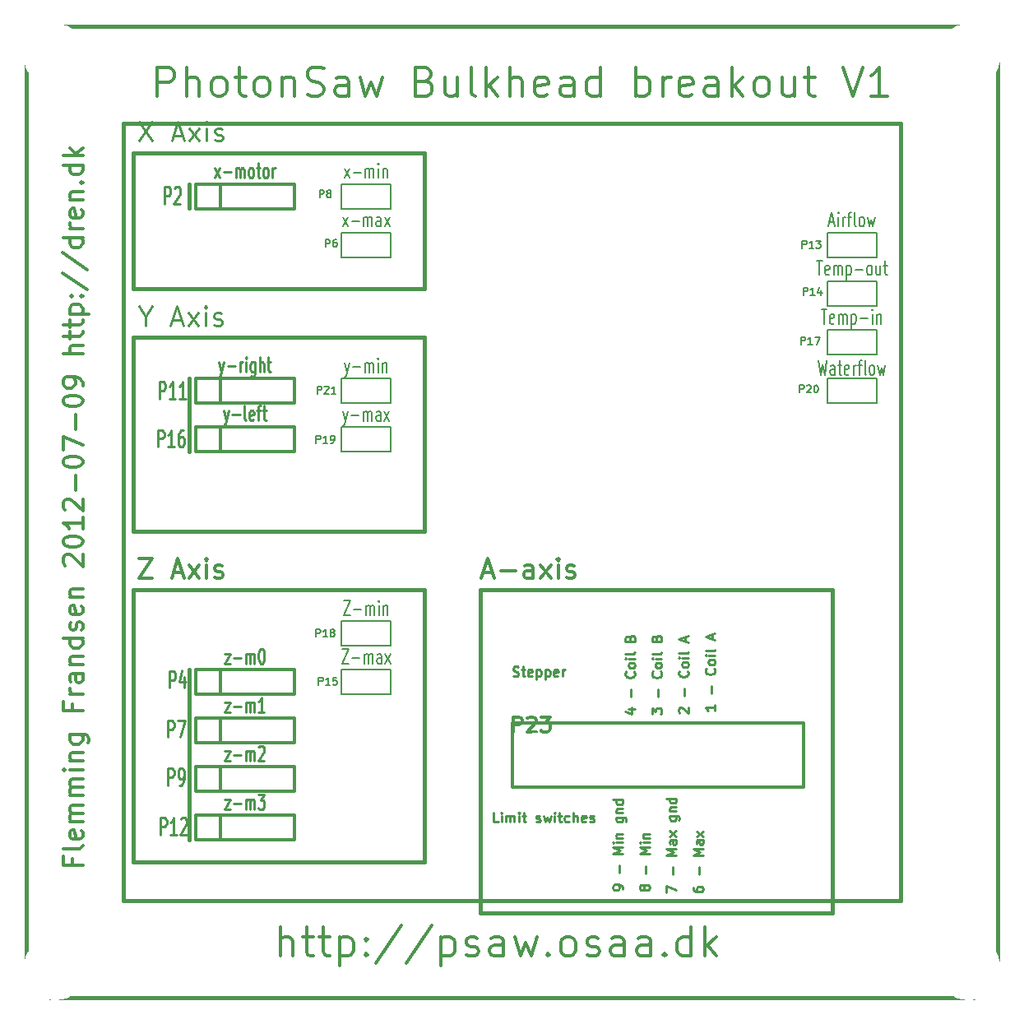
<source format=gto>
G04 (created by PCBNEW-RS274X (2011-05-25)-stable) date Mon 09 Jul 2012 09:12:41 PM CEST*
G01*
G70*
G90*
%MOIN*%
G04 Gerber Fmt 3.4, Leading zero omitted, Abs format*
%FSLAX34Y34*%
G04 APERTURE LIST*
%ADD10C,0.006000*%
%ADD11C,0.015000*%
%ADD12C,0.009900*%
%ADD13C,0.012000*%
%ADD14C,0.010700*%
%ADD15C,0.010000*%
%ADD16R,0.075000X0.075000*%
%ADD17C,0.075000*%
%ADD18R,0.080000X0.080000*%
%ADD19C,0.080000*%
%ADD20C,0.170000*%
%ADD21C,0.256200*%
G04 APERTURE END LIST*
G54D10*
G54D11*
X26280Y-26083D02*
X26280Y-27067D01*
X26280Y-33957D02*
X26280Y-36909D01*
X26280Y-45768D02*
X26280Y-52657D01*
G54D12*
X39412Y-46007D02*
X39468Y-46025D01*
X39562Y-46025D01*
X39600Y-46007D01*
X39618Y-45988D01*
X39637Y-45950D01*
X39637Y-45913D01*
X39618Y-45875D01*
X39600Y-45857D01*
X39562Y-45838D01*
X39487Y-45819D01*
X39450Y-45800D01*
X39431Y-45782D01*
X39412Y-45744D01*
X39412Y-45707D01*
X39431Y-45669D01*
X39450Y-45650D01*
X39487Y-45631D01*
X39581Y-45631D01*
X39637Y-45650D01*
X39750Y-45763D02*
X39900Y-45763D01*
X39806Y-45631D02*
X39806Y-45969D01*
X39825Y-46007D01*
X39862Y-46025D01*
X39900Y-46025D01*
X40181Y-46007D02*
X40143Y-46025D01*
X40068Y-46025D01*
X40031Y-46007D01*
X40012Y-45969D01*
X40012Y-45819D01*
X40031Y-45782D01*
X40068Y-45763D01*
X40143Y-45763D01*
X40181Y-45782D01*
X40200Y-45819D01*
X40200Y-45857D01*
X40012Y-45894D01*
X40369Y-45763D02*
X40369Y-46157D01*
X40369Y-45782D02*
X40406Y-45763D01*
X40481Y-45763D01*
X40519Y-45782D01*
X40538Y-45800D01*
X40556Y-45838D01*
X40556Y-45950D01*
X40538Y-45988D01*
X40519Y-46007D01*
X40481Y-46025D01*
X40406Y-46025D01*
X40369Y-46007D01*
X40725Y-45763D02*
X40725Y-46157D01*
X40725Y-45782D02*
X40762Y-45763D01*
X40837Y-45763D01*
X40875Y-45782D01*
X40894Y-45800D01*
X40912Y-45838D01*
X40912Y-45950D01*
X40894Y-45988D01*
X40875Y-46007D01*
X40837Y-46025D01*
X40762Y-46025D01*
X40725Y-46007D01*
X41231Y-46007D02*
X41193Y-46025D01*
X41118Y-46025D01*
X41081Y-46007D01*
X41062Y-45969D01*
X41062Y-45819D01*
X41081Y-45782D01*
X41118Y-45763D01*
X41193Y-45763D01*
X41231Y-45782D01*
X41250Y-45819D01*
X41250Y-45857D01*
X41062Y-45894D01*
X41419Y-46025D02*
X41419Y-45763D01*
X41419Y-45838D02*
X41438Y-45800D01*
X41456Y-45782D01*
X41494Y-45763D01*
X41531Y-45763D01*
X38811Y-51931D02*
X38624Y-51931D01*
X38624Y-51537D01*
X38943Y-51931D02*
X38943Y-51669D01*
X38943Y-51537D02*
X38924Y-51556D01*
X38943Y-51575D01*
X38962Y-51556D01*
X38943Y-51537D01*
X38943Y-51575D01*
X39131Y-51931D02*
X39131Y-51669D01*
X39131Y-51706D02*
X39150Y-51688D01*
X39187Y-51669D01*
X39243Y-51669D01*
X39281Y-51688D01*
X39300Y-51725D01*
X39300Y-51931D01*
X39300Y-51725D02*
X39318Y-51688D01*
X39356Y-51669D01*
X39412Y-51669D01*
X39450Y-51688D01*
X39469Y-51725D01*
X39469Y-51931D01*
X39656Y-51931D02*
X39656Y-51669D01*
X39656Y-51537D02*
X39637Y-51556D01*
X39656Y-51575D01*
X39675Y-51556D01*
X39656Y-51537D01*
X39656Y-51575D01*
X39788Y-51669D02*
X39938Y-51669D01*
X39844Y-51537D02*
X39844Y-51875D01*
X39863Y-51913D01*
X39900Y-51931D01*
X39938Y-51931D01*
X40350Y-51913D02*
X40388Y-51931D01*
X40463Y-51931D01*
X40500Y-51913D01*
X40519Y-51875D01*
X40519Y-51856D01*
X40500Y-51819D01*
X40463Y-51800D01*
X40406Y-51800D01*
X40369Y-51781D01*
X40350Y-51744D01*
X40350Y-51725D01*
X40369Y-51688D01*
X40406Y-51669D01*
X40463Y-51669D01*
X40500Y-51688D01*
X40650Y-51669D02*
X40725Y-51931D01*
X40800Y-51744D01*
X40875Y-51931D01*
X40950Y-51669D01*
X41101Y-51931D02*
X41101Y-51669D01*
X41101Y-51537D02*
X41082Y-51556D01*
X41101Y-51575D01*
X41120Y-51556D01*
X41101Y-51537D01*
X41101Y-51575D01*
X41233Y-51669D02*
X41383Y-51669D01*
X41289Y-51537D02*
X41289Y-51875D01*
X41308Y-51913D01*
X41345Y-51931D01*
X41383Y-51931D01*
X41683Y-51913D02*
X41645Y-51931D01*
X41570Y-51931D01*
X41533Y-51913D01*
X41514Y-51894D01*
X41495Y-51856D01*
X41495Y-51744D01*
X41514Y-51706D01*
X41533Y-51688D01*
X41570Y-51669D01*
X41645Y-51669D01*
X41683Y-51688D01*
X41852Y-51931D02*
X41852Y-51537D01*
X42021Y-51931D02*
X42021Y-51725D01*
X42002Y-51688D01*
X41964Y-51669D01*
X41908Y-51669D01*
X41871Y-51688D01*
X41852Y-51706D01*
X42358Y-51913D02*
X42320Y-51931D01*
X42245Y-51931D01*
X42208Y-51913D01*
X42189Y-51875D01*
X42189Y-51725D01*
X42208Y-51688D01*
X42245Y-51669D01*
X42320Y-51669D01*
X42358Y-51688D01*
X42377Y-51725D01*
X42377Y-51763D01*
X42189Y-51800D01*
X42527Y-51913D02*
X42565Y-51931D01*
X42640Y-51931D01*
X42677Y-51913D01*
X42696Y-51875D01*
X42696Y-51856D01*
X42677Y-51819D01*
X42640Y-51800D01*
X42583Y-51800D01*
X42546Y-51781D01*
X42527Y-51744D01*
X42527Y-51725D01*
X42546Y-51688D01*
X42583Y-51669D01*
X42640Y-51669D01*
X42677Y-51688D01*
G54D13*
X21560Y-53416D02*
X21560Y-53679D01*
X21972Y-53679D02*
X21185Y-53679D01*
X21185Y-53304D01*
X21972Y-52891D02*
X21935Y-52966D01*
X21860Y-53004D01*
X21185Y-53004D01*
X21935Y-52292D02*
X21972Y-52367D01*
X21972Y-52517D01*
X21935Y-52592D01*
X21860Y-52629D01*
X21560Y-52629D01*
X21485Y-52592D01*
X21447Y-52517D01*
X21447Y-52367D01*
X21485Y-52292D01*
X21560Y-52254D01*
X21635Y-52254D01*
X21710Y-52629D01*
X21972Y-51917D02*
X21447Y-51917D01*
X21522Y-51917D02*
X21485Y-51879D01*
X21447Y-51804D01*
X21447Y-51692D01*
X21485Y-51617D01*
X21560Y-51579D01*
X21972Y-51579D01*
X21560Y-51579D02*
X21485Y-51542D01*
X21447Y-51467D01*
X21447Y-51354D01*
X21485Y-51280D01*
X21560Y-51242D01*
X21972Y-51242D01*
X21972Y-50868D02*
X21447Y-50868D01*
X21522Y-50868D02*
X21485Y-50830D01*
X21447Y-50755D01*
X21447Y-50643D01*
X21485Y-50568D01*
X21560Y-50530D01*
X21972Y-50530D01*
X21560Y-50530D02*
X21485Y-50493D01*
X21447Y-50418D01*
X21447Y-50305D01*
X21485Y-50231D01*
X21560Y-50193D01*
X21972Y-50193D01*
X21972Y-49819D02*
X21447Y-49819D01*
X21185Y-49819D02*
X21223Y-49856D01*
X21260Y-49819D01*
X21223Y-49781D01*
X21185Y-49819D01*
X21260Y-49819D01*
X21447Y-49444D02*
X21972Y-49444D01*
X21522Y-49444D02*
X21485Y-49406D01*
X21447Y-49331D01*
X21447Y-49219D01*
X21485Y-49144D01*
X21560Y-49106D01*
X21972Y-49106D01*
X21447Y-48394D02*
X22084Y-48394D01*
X22159Y-48432D01*
X22197Y-48469D01*
X22234Y-48544D01*
X22234Y-48657D01*
X22197Y-48732D01*
X21935Y-48394D02*
X21972Y-48469D01*
X21972Y-48619D01*
X21935Y-48694D01*
X21897Y-48732D01*
X21822Y-48769D01*
X21597Y-48769D01*
X21522Y-48732D01*
X21485Y-48694D01*
X21447Y-48619D01*
X21447Y-48469D01*
X21485Y-48394D01*
X21560Y-47157D02*
X21560Y-47420D01*
X21972Y-47420D02*
X21185Y-47420D01*
X21185Y-47045D01*
X21972Y-46745D02*
X21447Y-46745D01*
X21597Y-46745D02*
X21522Y-46707D01*
X21485Y-46670D01*
X21447Y-46595D01*
X21447Y-46520D01*
X21972Y-45920D02*
X21560Y-45920D01*
X21485Y-45958D01*
X21447Y-46033D01*
X21447Y-46183D01*
X21485Y-46258D01*
X21935Y-45920D02*
X21972Y-45995D01*
X21972Y-46183D01*
X21935Y-46258D01*
X21860Y-46295D01*
X21785Y-46295D01*
X21710Y-46258D01*
X21672Y-46183D01*
X21672Y-45995D01*
X21635Y-45920D01*
X21447Y-45546D02*
X21972Y-45546D01*
X21522Y-45546D02*
X21485Y-45508D01*
X21447Y-45433D01*
X21447Y-45321D01*
X21485Y-45246D01*
X21560Y-45208D01*
X21972Y-45208D01*
X21972Y-44496D02*
X21185Y-44496D01*
X21935Y-44496D02*
X21972Y-44571D01*
X21972Y-44721D01*
X21935Y-44796D01*
X21897Y-44834D01*
X21822Y-44871D01*
X21597Y-44871D01*
X21522Y-44834D01*
X21485Y-44796D01*
X21447Y-44721D01*
X21447Y-44571D01*
X21485Y-44496D01*
X21935Y-44159D02*
X21972Y-44084D01*
X21972Y-43934D01*
X21935Y-43859D01*
X21860Y-43822D01*
X21822Y-43822D01*
X21747Y-43859D01*
X21710Y-43934D01*
X21710Y-44047D01*
X21672Y-44122D01*
X21597Y-44159D01*
X21560Y-44159D01*
X21485Y-44122D01*
X21447Y-44047D01*
X21447Y-43934D01*
X21485Y-43859D01*
X21935Y-43185D02*
X21972Y-43260D01*
X21972Y-43410D01*
X21935Y-43485D01*
X21860Y-43522D01*
X21560Y-43522D01*
X21485Y-43485D01*
X21447Y-43410D01*
X21447Y-43260D01*
X21485Y-43185D01*
X21560Y-43147D01*
X21635Y-43147D01*
X21710Y-43522D01*
X21447Y-42810D02*
X21972Y-42810D01*
X21522Y-42810D02*
X21485Y-42772D01*
X21447Y-42697D01*
X21447Y-42585D01*
X21485Y-42510D01*
X21560Y-42472D01*
X21972Y-42472D01*
X21260Y-41535D02*
X21223Y-41498D01*
X21185Y-41423D01*
X21185Y-41235D01*
X21223Y-41160D01*
X21260Y-41123D01*
X21335Y-41085D01*
X21410Y-41085D01*
X21522Y-41123D01*
X21972Y-41573D01*
X21972Y-41085D01*
X21185Y-40598D02*
X21185Y-40523D01*
X21223Y-40448D01*
X21260Y-40410D01*
X21335Y-40373D01*
X21485Y-40335D01*
X21672Y-40335D01*
X21822Y-40373D01*
X21897Y-40410D01*
X21935Y-40448D01*
X21972Y-40523D01*
X21972Y-40598D01*
X21935Y-40673D01*
X21897Y-40710D01*
X21822Y-40748D01*
X21672Y-40785D01*
X21485Y-40785D01*
X21335Y-40748D01*
X21260Y-40710D01*
X21223Y-40673D01*
X21185Y-40598D01*
X21972Y-39585D02*
X21972Y-40035D01*
X21972Y-39810D02*
X21185Y-39810D01*
X21297Y-39885D01*
X21372Y-39960D01*
X21410Y-40035D01*
X21260Y-39285D02*
X21223Y-39248D01*
X21185Y-39173D01*
X21185Y-38985D01*
X21223Y-38910D01*
X21260Y-38873D01*
X21335Y-38835D01*
X21410Y-38835D01*
X21522Y-38873D01*
X21972Y-39323D01*
X21972Y-38835D01*
X21672Y-38498D02*
X21672Y-37898D01*
X21185Y-37374D02*
X21185Y-37299D01*
X21223Y-37224D01*
X21260Y-37186D01*
X21335Y-37149D01*
X21485Y-37111D01*
X21672Y-37111D01*
X21822Y-37149D01*
X21897Y-37186D01*
X21935Y-37224D01*
X21972Y-37299D01*
X21972Y-37374D01*
X21935Y-37449D01*
X21897Y-37486D01*
X21822Y-37524D01*
X21672Y-37561D01*
X21485Y-37561D01*
X21335Y-37524D01*
X21260Y-37486D01*
X21223Y-37449D01*
X21185Y-37374D01*
X21185Y-36849D02*
X21185Y-36324D01*
X21972Y-36661D01*
X21672Y-36024D02*
X21672Y-35424D01*
X21185Y-34900D02*
X21185Y-34825D01*
X21223Y-34750D01*
X21260Y-34712D01*
X21335Y-34675D01*
X21485Y-34637D01*
X21672Y-34637D01*
X21822Y-34675D01*
X21897Y-34712D01*
X21935Y-34750D01*
X21972Y-34825D01*
X21972Y-34900D01*
X21935Y-34975D01*
X21897Y-35012D01*
X21822Y-35050D01*
X21672Y-35087D01*
X21485Y-35087D01*
X21335Y-35050D01*
X21260Y-35012D01*
X21223Y-34975D01*
X21185Y-34900D01*
X21972Y-34262D02*
X21972Y-34112D01*
X21935Y-34037D01*
X21897Y-34000D01*
X21785Y-33925D01*
X21635Y-33887D01*
X21335Y-33887D01*
X21260Y-33925D01*
X21223Y-33962D01*
X21185Y-34037D01*
X21185Y-34187D01*
X21223Y-34262D01*
X21260Y-34300D01*
X21335Y-34337D01*
X21522Y-34337D01*
X21597Y-34300D01*
X21635Y-34262D01*
X21672Y-34187D01*
X21672Y-34037D01*
X21635Y-33962D01*
X21597Y-33925D01*
X21522Y-33887D01*
X21972Y-32950D02*
X21185Y-32950D01*
X21972Y-32612D02*
X21560Y-32612D01*
X21485Y-32650D01*
X21447Y-32725D01*
X21447Y-32837D01*
X21485Y-32912D01*
X21522Y-32950D01*
X21447Y-32350D02*
X21447Y-32050D01*
X21185Y-32238D02*
X21860Y-32238D01*
X21935Y-32200D01*
X21972Y-32125D01*
X21972Y-32050D01*
X21447Y-31900D02*
X21447Y-31600D01*
X21185Y-31788D02*
X21860Y-31788D01*
X21935Y-31750D01*
X21972Y-31675D01*
X21972Y-31600D01*
X21447Y-31338D02*
X22234Y-31338D01*
X21485Y-31338D02*
X21447Y-31263D01*
X21447Y-31113D01*
X21485Y-31038D01*
X21522Y-31000D01*
X21597Y-30963D01*
X21822Y-30963D01*
X21897Y-31000D01*
X21935Y-31038D01*
X21972Y-31113D01*
X21972Y-31263D01*
X21935Y-31338D01*
X21897Y-30626D02*
X21935Y-30588D01*
X21972Y-30626D01*
X21935Y-30663D01*
X21897Y-30626D01*
X21972Y-30626D01*
X21485Y-30626D02*
X21522Y-30588D01*
X21560Y-30626D01*
X21522Y-30663D01*
X21485Y-30626D01*
X21560Y-30626D01*
X21148Y-29688D02*
X22159Y-30363D01*
X21148Y-28864D02*
X22159Y-29539D01*
X21972Y-28265D02*
X21185Y-28265D01*
X21935Y-28265D02*
X21972Y-28340D01*
X21972Y-28490D01*
X21935Y-28565D01*
X21897Y-28603D01*
X21822Y-28640D01*
X21597Y-28640D01*
X21522Y-28603D01*
X21485Y-28565D01*
X21447Y-28490D01*
X21447Y-28340D01*
X21485Y-28265D01*
X21972Y-27891D02*
X21447Y-27891D01*
X21597Y-27891D02*
X21522Y-27853D01*
X21485Y-27816D01*
X21447Y-27741D01*
X21447Y-27666D01*
X21935Y-27104D02*
X21972Y-27179D01*
X21972Y-27329D01*
X21935Y-27404D01*
X21860Y-27441D01*
X21560Y-27441D01*
X21485Y-27404D01*
X21447Y-27329D01*
X21447Y-27179D01*
X21485Y-27104D01*
X21560Y-27066D01*
X21635Y-27066D01*
X21710Y-27441D01*
X21447Y-26729D02*
X21972Y-26729D01*
X21522Y-26729D02*
X21485Y-26691D01*
X21447Y-26616D01*
X21447Y-26504D01*
X21485Y-26429D01*
X21560Y-26391D01*
X21972Y-26391D01*
X21897Y-26017D02*
X21935Y-25979D01*
X21972Y-26017D01*
X21935Y-26054D01*
X21897Y-26017D01*
X21972Y-26017D01*
X21972Y-25304D02*
X21185Y-25304D01*
X21935Y-25304D02*
X21972Y-25379D01*
X21972Y-25529D01*
X21935Y-25604D01*
X21897Y-25642D01*
X21822Y-25679D01*
X21597Y-25679D01*
X21522Y-25642D01*
X21485Y-25604D01*
X21447Y-25529D01*
X21447Y-25379D01*
X21485Y-25304D01*
X21972Y-24930D02*
X21185Y-24930D01*
X21672Y-24855D02*
X21972Y-24630D01*
X21447Y-24630D02*
X21747Y-24930D01*
X29978Y-57368D02*
X29978Y-56187D01*
X30484Y-57368D02*
X30484Y-56749D01*
X30428Y-56636D01*
X30316Y-56580D01*
X30147Y-56580D01*
X30034Y-56636D01*
X29978Y-56693D01*
X30878Y-56580D02*
X31328Y-56580D01*
X31047Y-56187D02*
X31047Y-57199D01*
X31103Y-57311D01*
X31216Y-57368D01*
X31328Y-57368D01*
X31553Y-56580D02*
X32003Y-56580D01*
X31722Y-56187D02*
X31722Y-57199D01*
X31778Y-57311D01*
X31891Y-57368D01*
X32003Y-57368D01*
X32397Y-56580D02*
X32397Y-57761D01*
X32397Y-56636D02*
X32510Y-56580D01*
X32735Y-56580D01*
X32847Y-56636D01*
X32903Y-56693D01*
X32960Y-56805D01*
X32960Y-57143D01*
X32903Y-57255D01*
X32847Y-57311D01*
X32735Y-57368D01*
X32510Y-57368D01*
X32397Y-57311D01*
X33466Y-57255D02*
X33522Y-57311D01*
X33466Y-57368D01*
X33410Y-57311D01*
X33466Y-57255D01*
X33466Y-57368D01*
X33466Y-56636D02*
X33522Y-56693D01*
X33466Y-56749D01*
X33410Y-56693D01*
X33466Y-56636D01*
X33466Y-56749D01*
X34872Y-56130D02*
X33859Y-57649D01*
X36109Y-56130D02*
X35096Y-57649D01*
X36502Y-56580D02*
X36502Y-57761D01*
X36502Y-56636D02*
X36615Y-56580D01*
X36840Y-56580D01*
X36952Y-56636D01*
X37008Y-56693D01*
X37065Y-56805D01*
X37065Y-57143D01*
X37008Y-57255D01*
X36952Y-57311D01*
X36840Y-57368D01*
X36615Y-57368D01*
X36502Y-57311D01*
X37515Y-57311D02*
X37627Y-57368D01*
X37852Y-57368D01*
X37965Y-57311D01*
X38021Y-57199D01*
X38021Y-57143D01*
X37965Y-57030D01*
X37852Y-56974D01*
X37684Y-56974D01*
X37571Y-56918D01*
X37515Y-56805D01*
X37515Y-56749D01*
X37571Y-56636D01*
X37684Y-56580D01*
X37852Y-56580D01*
X37965Y-56636D01*
X39033Y-57368D02*
X39033Y-56749D01*
X38977Y-56636D01*
X38865Y-56580D01*
X38640Y-56580D01*
X38527Y-56636D01*
X39033Y-57311D02*
X38921Y-57368D01*
X38640Y-57368D01*
X38527Y-57311D01*
X38471Y-57199D01*
X38471Y-57086D01*
X38527Y-56974D01*
X38640Y-56918D01*
X38921Y-56918D01*
X39033Y-56861D01*
X39484Y-56580D02*
X39709Y-57368D01*
X39934Y-56805D01*
X40159Y-57368D01*
X40384Y-56580D01*
X40833Y-57255D02*
X40889Y-57311D01*
X40833Y-57368D01*
X40777Y-57311D01*
X40833Y-57255D01*
X40833Y-57368D01*
X41564Y-57368D02*
X41451Y-57311D01*
X41395Y-57255D01*
X41339Y-57143D01*
X41339Y-56805D01*
X41395Y-56693D01*
X41451Y-56636D01*
X41564Y-56580D01*
X41733Y-56580D01*
X41845Y-56636D01*
X41901Y-56693D01*
X41958Y-56805D01*
X41958Y-57143D01*
X41901Y-57255D01*
X41845Y-57311D01*
X41733Y-57368D01*
X41564Y-57368D01*
X42408Y-57311D02*
X42520Y-57368D01*
X42745Y-57368D01*
X42858Y-57311D01*
X42914Y-57199D01*
X42914Y-57143D01*
X42858Y-57030D01*
X42745Y-56974D01*
X42577Y-56974D01*
X42464Y-56918D01*
X42408Y-56805D01*
X42408Y-56749D01*
X42464Y-56636D01*
X42577Y-56580D01*
X42745Y-56580D01*
X42858Y-56636D01*
X43926Y-57368D02*
X43926Y-56749D01*
X43870Y-56636D01*
X43758Y-56580D01*
X43533Y-56580D01*
X43420Y-56636D01*
X43926Y-57311D02*
X43814Y-57368D01*
X43533Y-57368D01*
X43420Y-57311D01*
X43364Y-57199D01*
X43364Y-57086D01*
X43420Y-56974D01*
X43533Y-56918D01*
X43814Y-56918D01*
X43926Y-56861D01*
X44995Y-57368D02*
X44995Y-56749D01*
X44939Y-56636D01*
X44827Y-56580D01*
X44602Y-56580D01*
X44489Y-56636D01*
X44995Y-57311D02*
X44883Y-57368D01*
X44602Y-57368D01*
X44489Y-57311D01*
X44433Y-57199D01*
X44433Y-57086D01*
X44489Y-56974D01*
X44602Y-56918D01*
X44883Y-56918D01*
X44995Y-56861D01*
X45558Y-57255D02*
X45614Y-57311D01*
X45558Y-57368D01*
X45502Y-57311D01*
X45558Y-57255D01*
X45558Y-57368D01*
X46626Y-57368D02*
X46626Y-56187D01*
X46626Y-57311D02*
X46514Y-57368D01*
X46289Y-57368D01*
X46176Y-57311D01*
X46120Y-57255D01*
X46064Y-57143D01*
X46064Y-56805D01*
X46120Y-56693D01*
X46176Y-56636D01*
X46289Y-56580D01*
X46514Y-56580D01*
X46626Y-56636D01*
X47189Y-57368D02*
X47189Y-56187D01*
X47302Y-56918D02*
X47639Y-57368D01*
X47639Y-56580D02*
X47189Y-57030D01*
G54D11*
X38091Y-55610D02*
X38091Y-42520D01*
X52362Y-55610D02*
X38091Y-55610D01*
X52362Y-42520D02*
X52362Y-55610D01*
X38091Y-42520D02*
X52362Y-42520D01*
G54D12*
X44090Y-47352D02*
X44352Y-47352D01*
X43940Y-47446D02*
X44221Y-47540D01*
X44221Y-47296D01*
X44202Y-46846D02*
X44202Y-46546D01*
X44315Y-45833D02*
X44334Y-45852D01*
X44352Y-45908D01*
X44352Y-45946D01*
X44334Y-46002D01*
X44296Y-46039D01*
X44259Y-46058D01*
X44184Y-46077D01*
X44127Y-46077D01*
X44052Y-46058D01*
X44015Y-46039D01*
X43977Y-46002D01*
X43958Y-45946D01*
X43958Y-45908D01*
X43977Y-45852D01*
X43996Y-45833D01*
X44352Y-45608D02*
X44334Y-45645D01*
X44315Y-45664D01*
X44277Y-45683D01*
X44165Y-45683D01*
X44127Y-45664D01*
X44109Y-45645D01*
X44090Y-45608D01*
X44090Y-45552D01*
X44109Y-45514D01*
X44127Y-45495D01*
X44165Y-45477D01*
X44277Y-45477D01*
X44315Y-45495D01*
X44334Y-45514D01*
X44352Y-45552D01*
X44352Y-45608D01*
X44352Y-45308D02*
X44090Y-45308D01*
X43958Y-45308D02*
X43977Y-45327D01*
X43996Y-45308D01*
X43977Y-45289D01*
X43958Y-45308D01*
X43996Y-45308D01*
X44352Y-45064D02*
X44334Y-45101D01*
X44296Y-45120D01*
X43958Y-45120D01*
X44146Y-44483D02*
X44165Y-44427D01*
X44184Y-44408D01*
X44221Y-44389D01*
X44277Y-44389D01*
X44315Y-44408D01*
X44334Y-44427D01*
X44352Y-44464D01*
X44352Y-44614D01*
X43958Y-44614D01*
X43958Y-44483D01*
X43977Y-44445D01*
X43996Y-44427D01*
X44034Y-44408D01*
X44071Y-44408D01*
X44109Y-44427D01*
X44127Y-44445D01*
X44146Y-44483D01*
X44146Y-44614D01*
X45041Y-47559D02*
X45041Y-47315D01*
X45192Y-47446D01*
X45192Y-47390D01*
X45210Y-47352D01*
X45229Y-47334D01*
X45267Y-47315D01*
X45360Y-47315D01*
X45398Y-47334D01*
X45417Y-47352D01*
X45435Y-47390D01*
X45435Y-47502D01*
X45417Y-47540D01*
X45398Y-47559D01*
X45285Y-46846D02*
X45285Y-46546D01*
X45398Y-45833D02*
X45417Y-45852D01*
X45435Y-45908D01*
X45435Y-45946D01*
X45417Y-46002D01*
X45379Y-46039D01*
X45342Y-46058D01*
X45267Y-46077D01*
X45210Y-46077D01*
X45135Y-46058D01*
X45098Y-46039D01*
X45060Y-46002D01*
X45041Y-45946D01*
X45041Y-45908D01*
X45060Y-45852D01*
X45079Y-45833D01*
X45435Y-45608D02*
X45417Y-45645D01*
X45398Y-45664D01*
X45360Y-45683D01*
X45248Y-45683D01*
X45210Y-45664D01*
X45192Y-45645D01*
X45173Y-45608D01*
X45173Y-45552D01*
X45192Y-45514D01*
X45210Y-45495D01*
X45248Y-45477D01*
X45360Y-45477D01*
X45398Y-45495D01*
X45417Y-45514D01*
X45435Y-45552D01*
X45435Y-45608D01*
X45435Y-45308D02*
X45173Y-45308D01*
X45041Y-45308D02*
X45060Y-45327D01*
X45079Y-45308D01*
X45060Y-45289D01*
X45041Y-45308D01*
X45079Y-45308D01*
X45435Y-45064D02*
X45417Y-45101D01*
X45379Y-45120D01*
X45041Y-45120D01*
X45229Y-44483D02*
X45248Y-44427D01*
X45267Y-44408D01*
X45304Y-44389D01*
X45360Y-44389D01*
X45398Y-44408D01*
X45417Y-44427D01*
X45435Y-44464D01*
X45435Y-44614D01*
X45041Y-44614D01*
X45041Y-44483D01*
X45060Y-44445D01*
X45079Y-44427D01*
X45117Y-44408D01*
X45154Y-44408D01*
X45192Y-44427D01*
X45210Y-44445D01*
X45229Y-44483D01*
X45229Y-44614D01*
X46161Y-47512D02*
X46142Y-47493D01*
X46123Y-47456D01*
X46123Y-47362D01*
X46142Y-47324D01*
X46161Y-47306D01*
X46199Y-47287D01*
X46236Y-47287D01*
X46292Y-47306D01*
X46517Y-47531D01*
X46517Y-47287D01*
X46367Y-46818D02*
X46367Y-46518D01*
X46480Y-45805D02*
X46499Y-45824D01*
X46517Y-45880D01*
X46517Y-45918D01*
X46499Y-45974D01*
X46461Y-46011D01*
X46424Y-46030D01*
X46349Y-46049D01*
X46292Y-46049D01*
X46217Y-46030D01*
X46180Y-46011D01*
X46142Y-45974D01*
X46123Y-45918D01*
X46123Y-45880D01*
X46142Y-45824D01*
X46161Y-45805D01*
X46517Y-45580D02*
X46499Y-45617D01*
X46480Y-45636D01*
X46442Y-45655D01*
X46330Y-45655D01*
X46292Y-45636D01*
X46274Y-45617D01*
X46255Y-45580D01*
X46255Y-45524D01*
X46274Y-45486D01*
X46292Y-45467D01*
X46330Y-45449D01*
X46442Y-45449D01*
X46480Y-45467D01*
X46499Y-45486D01*
X46517Y-45524D01*
X46517Y-45580D01*
X46517Y-45280D02*
X46255Y-45280D01*
X46123Y-45280D02*
X46142Y-45299D01*
X46161Y-45280D01*
X46142Y-45261D01*
X46123Y-45280D01*
X46161Y-45280D01*
X46517Y-45036D02*
X46499Y-45073D01*
X46461Y-45092D01*
X46123Y-45092D01*
X46405Y-44605D02*
X46405Y-44417D01*
X46517Y-44642D02*
X46123Y-44511D01*
X46517Y-44380D01*
X43860Y-54653D02*
X43860Y-54578D01*
X43842Y-54541D01*
X43823Y-54522D01*
X43767Y-54485D01*
X43692Y-54466D01*
X43542Y-54466D01*
X43504Y-54485D01*
X43485Y-54503D01*
X43466Y-54541D01*
X43466Y-54616D01*
X43485Y-54653D01*
X43504Y-54672D01*
X43542Y-54691D01*
X43635Y-54691D01*
X43673Y-54672D01*
X43692Y-54653D01*
X43710Y-54616D01*
X43710Y-54541D01*
X43692Y-54503D01*
X43673Y-54485D01*
X43635Y-54466D01*
X43710Y-53997D02*
X43710Y-53697D01*
X43860Y-53209D02*
X43466Y-53209D01*
X43748Y-53078D01*
X43466Y-52947D01*
X43860Y-52947D01*
X43860Y-52759D02*
X43598Y-52759D01*
X43466Y-52759D02*
X43485Y-52778D01*
X43504Y-52759D01*
X43485Y-52740D01*
X43466Y-52759D01*
X43504Y-52759D01*
X43598Y-52571D02*
X43860Y-52571D01*
X43635Y-52571D02*
X43617Y-52552D01*
X43598Y-52515D01*
X43598Y-52459D01*
X43617Y-52421D01*
X43654Y-52402D01*
X43860Y-52402D01*
X43598Y-51746D02*
X43917Y-51746D01*
X43954Y-51765D01*
X43973Y-51784D01*
X43992Y-51821D01*
X43992Y-51878D01*
X43973Y-51915D01*
X43842Y-51746D02*
X43860Y-51784D01*
X43860Y-51859D01*
X43842Y-51896D01*
X43823Y-51915D01*
X43785Y-51934D01*
X43673Y-51934D01*
X43635Y-51915D01*
X43617Y-51896D01*
X43598Y-51859D01*
X43598Y-51784D01*
X43617Y-51746D01*
X43598Y-51559D02*
X43860Y-51559D01*
X43635Y-51559D02*
X43617Y-51540D01*
X43598Y-51503D01*
X43598Y-51447D01*
X43617Y-51409D01*
X43654Y-51390D01*
X43860Y-51390D01*
X43860Y-51034D02*
X43466Y-51034D01*
X43842Y-51034D02*
X43860Y-51072D01*
X43860Y-51147D01*
X43842Y-51184D01*
X43823Y-51203D01*
X43785Y-51222D01*
X43673Y-51222D01*
X43635Y-51203D01*
X43617Y-51184D01*
X43598Y-51147D01*
X43598Y-51072D01*
X43617Y-51034D01*
X44717Y-54621D02*
X44699Y-54658D01*
X44680Y-54677D01*
X44642Y-54696D01*
X44624Y-54696D01*
X44586Y-54677D01*
X44567Y-54658D01*
X44548Y-54621D01*
X44548Y-54546D01*
X44567Y-54508D01*
X44586Y-54490D01*
X44624Y-54471D01*
X44642Y-54471D01*
X44680Y-54490D01*
X44699Y-54508D01*
X44717Y-54546D01*
X44717Y-54621D01*
X44736Y-54658D01*
X44755Y-54677D01*
X44792Y-54696D01*
X44867Y-54696D01*
X44905Y-54677D01*
X44924Y-54658D01*
X44942Y-54621D01*
X44942Y-54546D01*
X44924Y-54508D01*
X44905Y-54490D01*
X44867Y-54471D01*
X44792Y-54471D01*
X44755Y-54490D01*
X44736Y-54508D01*
X44717Y-54546D01*
X44792Y-54002D02*
X44792Y-53702D01*
X44942Y-53214D02*
X44548Y-53214D01*
X44830Y-53083D01*
X44548Y-52952D01*
X44942Y-52952D01*
X44942Y-52764D02*
X44680Y-52764D01*
X44548Y-52764D02*
X44567Y-52783D01*
X44586Y-52764D01*
X44567Y-52745D01*
X44548Y-52764D01*
X44586Y-52764D01*
X44680Y-52576D02*
X44942Y-52576D01*
X44717Y-52576D02*
X44699Y-52557D01*
X44680Y-52520D01*
X44680Y-52464D01*
X44699Y-52426D01*
X44736Y-52407D01*
X44942Y-52407D01*
X45631Y-54776D02*
X45631Y-54513D01*
X46025Y-54682D01*
X45875Y-54063D02*
X45875Y-53763D01*
X46025Y-53275D02*
X45631Y-53275D01*
X45913Y-53144D01*
X45631Y-53013D01*
X46025Y-53013D01*
X46025Y-52656D02*
X45819Y-52656D01*
X45782Y-52675D01*
X45763Y-52713D01*
X45763Y-52788D01*
X45782Y-52825D01*
X46007Y-52656D02*
X46025Y-52694D01*
X46025Y-52788D01*
X46007Y-52825D01*
X45969Y-52844D01*
X45932Y-52844D01*
X45894Y-52825D01*
X45875Y-52788D01*
X45875Y-52694D01*
X45857Y-52656D01*
X46025Y-52507D02*
X45763Y-52300D01*
X45763Y-52507D02*
X46025Y-52300D01*
X45763Y-51681D02*
X46082Y-51681D01*
X46119Y-51700D01*
X46138Y-51719D01*
X46157Y-51756D01*
X46157Y-51813D01*
X46138Y-51850D01*
X46007Y-51681D02*
X46025Y-51719D01*
X46025Y-51794D01*
X46007Y-51831D01*
X45988Y-51850D01*
X45950Y-51869D01*
X45838Y-51869D01*
X45800Y-51850D01*
X45782Y-51831D01*
X45763Y-51794D01*
X45763Y-51719D01*
X45782Y-51681D01*
X45763Y-51494D02*
X46025Y-51494D01*
X45800Y-51494D02*
X45782Y-51475D01*
X45763Y-51438D01*
X45763Y-51382D01*
X45782Y-51344D01*
X45819Y-51325D01*
X46025Y-51325D01*
X46025Y-50969D02*
X45631Y-50969D01*
X46007Y-50969D02*
X46025Y-51007D01*
X46025Y-51082D01*
X46007Y-51119D01*
X45988Y-51138D01*
X45950Y-51157D01*
X45838Y-51157D01*
X45800Y-51138D01*
X45782Y-51119D01*
X45763Y-51082D01*
X45763Y-51007D01*
X45782Y-50969D01*
X46714Y-54574D02*
X46714Y-54649D01*
X46733Y-54687D01*
X46752Y-54706D01*
X46808Y-54743D01*
X46883Y-54762D01*
X47033Y-54762D01*
X47071Y-54743D01*
X47090Y-54724D01*
X47108Y-54687D01*
X47108Y-54612D01*
X47090Y-54574D01*
X47071Y-54556D01*
X47033Y-54537D01*
X46940Y-54537D01*
X46902Y-54556D01*
X46883Y-54574D01*
X46865Y-54612D01*
X46865Y-54687D01*
X46883Y-54724D01*
X46902Y-54743D01*
X46940Y-54762D01*
X46958Y-54068D02*
X46958Y-53768D01*
X47108Y-53280D02*
X46714Y-53280D01*
X46996Y-53149D01*
X46714Y-53018D01*
X47108Y-53018D01*
X47108Y-52661D02*
X46902Y-52661D01*
X46865Y-52680D01*
X46846Y-52718D01*
X46846Y-52793D01*
X46865Y-52830D01*
X47090Y-52661D02*
X47108Y-52699D01*
X47108Y-52793D01*
X47090Y-52830D01*
X47052Y-52849D01*
X47015Y-52849D01*
X46977Y-52830D01*
X46958Y-52793D01*
X46958Y-52699D01*
X46940Y-52661D01*
X47108Y-52512D02*
X46846Y-52305D01*
X46846Y-52512D02*
X47108Y-52305D01*
X47600Y-47188D02*
X47600Y-47413D01*
X47600Y-47300D02*
X47206Y-47300D01*
X47263Y-47338D01*
X47300Y-47375D01*
X47319Y-47413D01*
X47450Y-46719D02*
X47450Y-46419D01*
X47563Y-45706D02*
X47582Y-45725D01*
X47600Y-45781D01*
X47600Y-45819D01*
X47582Y-45875D01*
X47544Y-45912D01*
X47507Y-45931D01*
X47432Y-45950D01*
X47375Y-45950D01*
X47300Y-45931D01*
X47263Y-45912D01*
X47225Y-45875D01*
X47206Y-45819D01*
X47206Y-45781D01*
X47225Y-45725D01*
X47244Y-45706D01*
X47600Y-45481D02*
X47582Y-45518D01*
X47563Y-45537D01*
X47525Y-45556D01*
X47413Y-45556D01*
X47375Y-45537D01*
X47357Y-45518D01*
X47338Y-45481D01*
X47338Y-45425D01*
X47357Y-45387D01*
X47375Y-45368D01*
X47413Y-45350D01*
X47525Y-45350D01*
X47563Y-45368D01*
X47582Y-45387D01*
X47600Y-45425D01*
X47600Y-45481D01*
X47600Y-45181D02*
X47338Y-45181D01*
X47206Y-45181D02*
X47225Y-45200D01*
X47244Y-45181D01*
X47225Y-45162D01*
X47206Y-45181D01*
X47244Y-45181D01*
X47600Y-44937D02*
X47582Y-44974D01*
X47544Y-44993D01*
X47206Y-44993D01*
X47488Y-44506D02*
X47488Y-44318D01*
X47600Y-44543D02*
X47206Y-44412D01*
X47600Y-44281D01*
G54D13*
X24259Y-41263D02*
X24784Y-41263D01*
X24259Y-42050D01*
X24784Y-42050D01*
X25647Y-41825D02*
X26022Y-41825D01*
X25572Y-42050D02*
X25834Y-41263D01*
X26097Y-42050D01*
X26284Y-42050D02*
X26697Y-41525D01*
X26284Y-41525D02*
X26697Y-42050D01*
X26996Y-42050D02*
X26996Y-41525D01*
X26996Y-41263D02*
X26959Y-41301D01*
X26996Y-41338D01*
X27034Y-41301D01*
X26996Y-41263D01*
X26996Y-41338D01*
X27334Y-42013D02*
X27409Y-42050D01*
X27559Y-42050D01*
X27634Y-42013D01*
X27671Y-41938D01*
X27671Y-41900D01*
X27634Y-41825D01*
X27559Y-41788D01*
X27446Y-41788D01*
X27371Y-41750D01*
X27334Y-41675D01*
X27334Y-41638D01*
X27371Y-41563D01*
X27446Y-41525D01*
X27559Y-41525D01*
X27634Y-41563D01*
G54D12*
X24522Y-31439D02*
X24522Y-31814D01*
X24260Y-31027D02*
X24522Y-31439D01*
X24785Y-31027D01*
X25610Y-31589D02*
X25985Y-31589D01*
X25535Y-31814D02*
X25797Y-31027D01*
X26060Y-31814D01*
X26247Y-31814D02*
X26660Y-31289D01*
X26247Y-31289D02*
X26660Y-31814D01*
X26959Y-31814D02*
X26959Y-31289D01*
X26959Y-31027D02*
X26922Y-31065D01*
X26959Y-31102D01*
X26997Y-31065D01*
X26959Y-31027D01*
X26959Y-31102D01*
X27297Y-31777D02*
X27372Y-31814D01*
X27522Y-31814D01*
X27597Y-31777D01*
X27634Y-31702D01*
X27634Y-31664D01*
X27597Y-31589D01*
X27522Y-31552D01*
X27409Y-31552D01*
X27334Y-31514D01*
X27297Y-31439D01*
X27297Y-31402D01*
X27334Y-31327D01*
X27409Y-31289D01*
X27522Y-31289D01*
X27597Y-31327D01*
X24259Y-23547D02*
X24784Y-24334D01*
X24784Y-23547D02*
X24259Y-24334D01*
X25647Y-24109D02*
X26022Y-24109D01*
X25572Y-24334D02*
X25834Y-23547D01*
X26097Y-24334D01*
X26284Y-24334D02*
X26697Y-23809D01*
X26284Y-23809D02*
X26697Y-24334D01*
X26996Y-24334D02*
X26996Y-23809D01*
X26996Y-23547D02*
X26959Y-23585D01*
X26996Y-23622D01*
X27034Y-23585D01*
X26996Y-23547D01*
X26996Y-23622D01*
X27334Y-24297D02*
X27409Y-24334D01*
X27559Y-24334D01*
X27634Y-24297D01*
X27671Y-24222D01*
X27671Y-24184D01*
X27634Y-24109D01*
X27559Y-24072D01*
X27446Y-24072D01*
X27371Y-24034D01*
X27334Y-23959D01*
X27334Y-23922D01*
X27371Y-23847D01*
X27446Y-23809D01*
X27559Y-23809D01*
X27634Y-23847D01*
G54D11*
X24016Y-53543D02*
X24016Y-42520D01*
X35827Y-53543D02*
X24016Y-53543D01*
X35827Y-42520D02*
X35827Y-53543D01*
X24016Y-42520D02*
X35827Y-42520D01*
X24016Y-30315D02*
X24016Y-24803D01*
X35827Y-30315D02*
X24016Y-30315D01*
X35827Y-24803D02*
X35827Y-30315D01*
X24016Y-24803D02*
X35827Y-24803D01*
X24016Y-40157D02*
X24016Y-32283D01*
X35827Y-40157D02*
X24016Y-40157D01*
X35827Y-32283D02*
X35827Y-40157D01*
X24016Y-32283D02*
X35827Y-32283D01*
G54D13*
X24998Y-22525D02*
X24998Y-21344D01*
X25448Y-21344D01*
X25561Y-21400D01*
X25617Y-21456D01*
X25673Y-21568D01*
X25673Y-21737D01*
X25617Y-21850D01*
X25561Y-21906D01*
X25448Y-21962D01*
X24998Y-21962D01*
X26179Y-22525D02*
X26179Y-21344D01*
X26685Y-22525D02*
X26685Y-21906D01*
X26629Y-21793D01*
X26517Y-21737D01*
X26348Y-21737D01*
X26235Y-21793D01*
X26179Y-21850D01*
X27417Y-22525D02*
X27304Y-22468D01*
X27248Y-22412D01*
X27192Y-22300D01*
X27192Y-21962D01*
X27248Y-21850D01*
X27304Y-21793D01*
X27417Y-21737D01*
X27586Y-21737D01*
X27698Y-21793D01*
X27754Y-21850D01*
X27811Y-21962D01*
X27811Y-22300D01*
X27754Y-22412D01*
X27698Y-22468D01*
X27586Y-22525D01*
X27417Y-22525D01*
X28148Y-21737D02*
X28598Y-21737D01*
X28317Y-21344D02*
X28317Y-22356D01*
X28373Y-22468D01*
X28486Y-22525D01*
X28598Y-22525D01*
X29161Y-22525D02*
X29048Y-22468D01*
X28992Y-22412D01*
X28936Y-22300D01*
X28936Y-21962D01*
X28992Y-21850D01*
X29048Y-21793D01*
X29161Y-21737D01*
X29330Y-21737D01*
X29442Y-21793D01*
X29498Y-21850D01*
X29555Y-21962D01*
X29555Y-22300D01*
X29498Y-22412D01*
X29442Y-22468D01*
X29330Y-22525D01*
X29161Y-22525D01*
X30061Y-21737D02*
X30061Y-22525D01*
X30061Y-21850D02*
X30117Y-21793D01*
X30230Y-21737D01*
X30399Y-21737D01*
X30511Y-21793D01*
X30567Y-21906D01*
X30567Y-22525D01*
X31074Y-22468D02*
X31243Y-22525D01*
X31524Y-22525D01*
X31636Y-22468D01*
X31693Y-22412D01*
X31749Y-22300D01*
X31749Y-22187D01*
X31693Y-22075D01*
X31636Y-22018D01*
X31524Y-21962D01*
X31299Y-21906D01*
X31186Y-21850D01*
X31130Y-21793D01*
X31074Y-21681D01*
X31074Y-21568D01*
X31130Y-21456D01*
X31186Y-21400D01*
X31299Y-21344D01*
X31580Y-21344D01*
X31749Y-21400D01*
X32761Y-22525D02*
X32761Y-21906D01*
X32705Y-21793D01*
X32593Y-21737D01*
X32368Y-21737D01*
X32255Y-21793D01*
X32761Y-22468D02*
X32649Y-22525D01*
X32368Y-22525D01*
X32255Y-22468D01*
X32199Y-22356D01*
X32199Y-22243D01*
X32255Y-22131D01*
X32368Y-22075D01*
X32649Y-22075D01*
X32761Y-22018D01*
X33212Y-21737D02*
X33437Y-22525D01*
X33662Y-21962D01*
X33887Y-22525D01*
X34112Y-21737D01*
X35855Y-21906D02*
X36024Y-21962D01*
X36080Y-22018D01*
X36136Y-22131D01*
X36136Y-22300D01*
X36080Y-22412D01*
X36024Y-22468D01*
X35911Y-22525D01*
X35461Y-22525D01*
X35461Y-21344D01*
X35855Y-21344D01*
X35967Y-21400D01*
X36024Y-21456D01*
X36080Y-21568D01*
X36080Y-21681D01*
X36024Y-21793D01*
X35967Y-21850D01*
X35855Y-21906D01*
X35461Y-21906D01*
X37148Y-21737D02*
X37148Y-22525D01*
X36642Y-21737D02*
X36642Y-22356D01*
X36698Y-22468D01*
X36811Y-22525D01*
X36980Y-22525D01*
X37092Y-22468D01*
X37148Y-22412D01*
X37880Y-22525D02*
X37767Y-22468D01*
X37711Y-22356D01*
X37711Y-21344D01*
X38330Y-22525D02*
X38330Y-21344D01*
X38443Y-22075D02*
X38780Y-22525D01*
X38780Y-21737D02*
X38330Y-22187D01*
X39286Y-22525D02*
X39286Y-21344D01*
X39792Y-22525D02*
X39792Y-21906D01*
X39736Y-21793D01*
X39624Y-21737D01*
X39455Y-21737D01*
X39342Y-21793D01*
X39286Y-21850D01*
X40805Y-22468D02*
X40693Y-22525D01*
X40468Y-22525D01*
X40355Y-22468D01*
X40299Y-22356D01*
X40299Y-21906D01*
X40355Y-21793D01*
X40468Y-21737D01*
X40693Y-21737D01*
X40805Y-21793D01*
X40861Y-21906D01*
X40861Y-22018D01*
X40299Y-22131D01*
X41873Y-22525D02*
X41873Y-21906D01*
X41817Y-21793D01*
X41705Y-21737D01*
X41480Y-21737D01*
X41367Y-21793D01*
X41873Y-22468D02*
X41761Y-22525D01*
X41480Y-22525D01*
X41367Y-22468D01*
X41311Y-22356D01*
X41311Y-22243D01*
X41367Y-22131D01*
X41480Y-22075D01*
X41761Y-22075D01*
X41873Y-22018D01*
X42942Y-22525D02*
X42942Y-21344D01*
X42942Y-22468D02*
X42830Y-22525D01*
X42605Y-22525D01*
X42492Y-22468D01*
X42436Y-22412D01*
X42380Y-22300D01*
X42380Y-21962D01*
X42436Y-21850D01*
X42492Y-21793D01*
X42605Y-21737D01*
X42830Y-21737D01*
X42942Y-21793D01*
X44405Y-22525D02*
X44405Y-21344D01*
X44405Y-21793D02*
X44518Y-21737D01*
X44743Y-21737D01*
X44855Y-21793D01*
X44911Y-21850D01*
X44968Y-21962D01*
X44968Y-22300D01*
X44911Y-22412D01*
X44855Y-22468D01*
X44743Y-22525D01*
X44518Y-22525D01*
X44405Y-22468D01*
X45474Y-22525D02*
X45474Y-21737D01*
X45474Y-21962D02*
X45530Y-21850D01*
X45587Y-21793D01*
X45699Y-21737D01*
X45812Y-21737D01*
X46655Y-22468D02*
X46543Y-22525D01*
X46318Y-22525D01*
X46205Y-22468D01*
X46149Y-22356D01*
X46149Y-21906D01*
X46205Y-21793D01*
X46318Y-21737D01*
X46543Y-21737D01*
X46655Y-21793D01*
X46711Y-21906D01*
X46711Y-22018D01*
X46149Y-22131D01*
X47723Y-22525D02*
X47723Y-21906D01*
X47667Y-21793D01*
X47555Y-21737D01*
X47330Y-21737D01*
X47217Y-21793D01*
X47723Y-22468D02*
X47611Y-22525D01*
X47330Y-22525D01*
X47217Y-22468D01*
X47161Y-22356D01*
X47161Y-22243D01*
X47217Y-22131D01*
X47330Y-22075D01*
X47611Y-22075D01*
X47723Y-22018D01*
X48286Y-22525D02*
X48286Y-21344D01*
X48399Y-22075D02*
X48736Y-22525D01*
X48736Y-21737D02*
X48286Y-22187D01*
X49411Y-22525D02*
X49298Y-22468D01*
X49242Y-22412D01*
X49186Y-22300D01*
X49186Y-21962D01*
X49242Y-21850D01*
X49298Y-21793D01*
X49411Y-21737D01*
X49580Y-21737D01*
X49692Y-21793D01*
X49748Y-21850D01*
X49805Y-21962D01*
X49805Y-22300D01*
X49748Y-22412D01*
X49692Y-22468D01*
X49580Y-22525D01*
X49411Y-22525D01*
X50817Y-21737D02*
X50817Y-22525D01*
X50311Y-21737D02*
X50311Y-22356D01*
X50367Y-22468D01*
X50480Y-22525D01*
X50649Y-22525D01*
X50761Y-22468D01*
X50817Y-22412D01*
X51211Y-21737D02*
X51661Y-21737D01*
X51380Y-21344D02*
X51380Y-22356D01*
X51436Y-22468D01*
X51549Y-22525D01*
X51661Y-22525D01*
X52786Y-21344D02*
X53180Y-22525D01*
X53574Y-21344D01*
X54586Y-22525D02*
X53911Y-22525D01*
X54248Y-22525D02*
X54248Y-21344D01*
X54136Y-21512D01*
X54023Y-21625D01*
X53911Y-21681D01*
G54D11*
X19685Y-20866D02*
X19685Y-57874D01*
X57874Y-19685D02*
X20866Y-19685D01*
X59055Y-57874D02*
X59055Y-20866D01*
X20866Y-59055D02*
X57874Y-59055D01*
X19685Y-57874D02*
X19690Y-57976D01*
X19703Y-58079D01*
X19726Y-58179D01*
X19757Y-58277D01*
X19796Y-58373D01*
X19844Y-58464D01*
X19899Y-58551D01*
X19962Y-58633D01*
X20031Y-58709D01*
X20107Y-58778D01*
X20189Y-58841D01*
X20276Y-58896D01*
X20367Y-58944D01*
X20463Y-58983D01*
X20561Y-59014D01*
X20661Y-59037D01*
X20764Y-59050D01*
X20866Y-59055D01*
X20866Y-19685D02*
X20764Y-19690D01*
X20661Y-19703D01*
X20561Y-19726D01*
X20463Y-19757D01*
X20367Y-19796D01*
X20276Y-19844D01*
X20189Y-19899D01*
X20107Y-19962D01*
X20031Y-20031D01*
X19962Y-20107D01*
X19899Y-20189D01*
X19844Y-20276D01*
X19796Y-20367D01*
X19757Y-20463D01*
X19726Y-20561D01*
X19703Y-20661D01*
X19690Y-20764D01*
X19685Y-20866D01*
X59055Y-20866D02*
X59050Y-20764D01*
X59037Y-20661D01*
X59014Y-20561D01*
X58983Y-20463D01*
X58944Y-20367D01*
X58896Y-20276D01*
X58841Y-20189D01*
X58778Y-20107D01*
X58709Y-20031D01*
X58633Y-19962D01*
X58551Y-19899D01*
X58464Y-19844D01*
X58373Y-19796D01*
X58277Y-19757D01*
X58179Y-19726D01*
X58079Y-19703D01*
X57976Y-19690D01*
X57874Y-19685D01*
X57874Y-59055D02*
X57976Y-59050D01*
X58079Y-59037D01*
X58179Y-59014D01*
X58277Y-58983D01*
X58373Y-58944D01*
X58464Y-58896D01*
X58551Y-58841D01*
X58633Y-58778D01*
X58709Y-58709D01*
X58778Y-58633D01*
X58841Y-58551D01*
X58896Y-58464D01*
X58944Y-58373D01*
X58983Y-58277D01*
X59014Y-58179D01*
X59037Y-58079D01*
X59050Y-57976D01*
X59055Y-57874D01*
X23622Y-55118D02*
X23622Y-23622D01*
X55118Y-55118D02*
X23622Y-55118D01*
X55118Y-23622D02*
X55118Y-55118D01*
X23622Y-23622D02*
X55118Y-23622D01*
G54D13*
X26543Y-35917D02*
X26543Y-35917D01*
X26543Y-36917D02*
X26543Y-35917D01*
X26543Y-35917D02*
X26543Y-35917D01*
X26543Y-35917D02*
X30543Y-35917D01*
X30543Y-35917D02*
X30543Y-36917D01*
X30543Y-36917D02*
X26543Y-36917D01*
X27543Y-36917D02*
X27543Y-35917D01*
X26543Y-51666D02*
X26543Y-51666D01*
X26543Y-52666D02*
X26543Y-51666D01*
X26543Y-51666D02*
X26543Y-51666D01*
X26543Y-51666D02*
X30543Y-51666D01*
X30543Y-51666D02*
X30543Y-52666D01*
X30543Y-52666D02*
X26543Y-52666D01*
X27543Y-52666D02*
X27543Y-51666D01*
X26543Y-33948D02*
X26543Y-33948D01*
X26543Y-34948D02*
X26543Y-33948D01*
X26543Y-33948D02*
X26543Y-33948D01*
X26543Y-33948D02*
X30543Y-33948D01*
X30543Y-33948D02*
X30543Y-34948D01*
X30543Y-34948D02*
X26543Y-34948D01*
X27543Y-34948D02*
X27543Y-33948D01*
X26543Y-49698D02*
X26543Y-49698D01*
X26543Y-50698D02*
X26543Y-49698D01*
X26543Y-49698D02*
X26543Y-49698D01*
X26543Y-49698D02*
X30543Y-49698D01*
X30543Y-49698D02*
X30543Y-50698D01*
X30543Y-50698D02*
X26543Y-50698D01*
X27543Y-50698D02*
X27543Y-49698D01*
X26543Y-45761D02*
X26543Y-45761D01*
X26543Y-46761D02*
X26543Y-45761D01*
X26543Y-45761D02*
X26543Y-45761D01*
X26543Y-45761D02*
X30543Y-45761D01*
X30543Y-45761D02*
X30543Y-46761D01*
X30543Y-46761D02*
X26543Y-46761D01*
X27543Y-46761D02*
X27543Y-45761D01*
X26543Y-47729D02*
X26543Y-47729D01*
X26543Y-48729D02*
X26543Y-47729D01*
X26543Y-47729D02*
X26543Y-47729D01*
X26543Y-47729D02*
X30543Y-47729D01*
X30543Y-47729D02*
X30543Y-48729D01*
X30543Y-48729D02*
X26543Y-48729D01*
X27543Y-48729D02*
X27543Y-47729D01*
X26543Y-26075D02*
X26543Y-26075D01*
X26543Y-27075D02*
X26543Y-26075D01*
X26543Y-26075D02*
X26543Y-26075D01*
X26543Y-26075D02*
X30543Y-26075D01*
X30543Y-26075D02*
X30543Y-27075D01*
X30543Y-27075D02*
X26543Y-27075D01*
X27543Y-27075D02*
X27543Y-26075D01*
G54D10*
X32465Y-46760D02*
X32465Y-45760D01*
X32465Y-45760D02*
X34465Y-45760D01*
X34465Y-45760D02*
X34465Y-46760D01*
X34465Y-46760D02*
X32465Y-46760D01*
X32465Y-34949D02*
X32465Y-33949D01*
X32465Y-33949D02*
X34465Y-33949D01*
X34465Y-33949D02*
X34465Y-34949D01*
X34465Y-34949D02*
X32465Y-34949D01*
X52150Y-34949D02*
X52150Y-33949D01*
X52150Y-33949D02*
X54150Y-33949D01*
X54150Y-33949D02*
X54150Y-34949D01*
X54150Y-34949D02*
X52150Y-34949D01*
X32465Y-36917D02*
X32465Y-35917D01*
X32465Y-35917D02*
X34465Y-35917D01*
X34465Y-35917D02*
X34465Y-36917D01*
X34465Y-36917D02*
X32465Y-36917D01*
X32465Y-44791D02*
X32465Y-43791D01*
X32465Y-43791D02*
X34465Y-43791D01*
X34465Y-43791D02*
X34465Y-44791D01*
X34465Y-44791D02*
X32465Y-44791D01*
X52150Y-32980D02*
X52150Y-31980D01*
X52150Y-31980D02*
X54150Y-31980D01*
X54150Y-31980D02*
X54150Y-32980D01*
X54150Y-32980D02*
X52150Y-32980D01*
X52150Y-31012D02*
X52150Y-30012D01*
X52150Y-30012D02*
X54150Y-30012D01*
X54150Y-30012D02*
X54150Y-31012D01*
X54150Y-31012D02*
X52150Y-31012D01*
X52150Y-29043D02*
X52150Y-28043D01*
X52150Y-28043D02*
X54150Y-28043D01*
X54150Y-28043D02*
X54150Y-29043D01*
X54150Y-29043D02*
X52150Y-29043D01*
X32464Y-29043D02*
X32464Y-28043D01*
X32464Y-28043D02*
X34464Y-28043D01*
X34464Y-28043D02*
X34464Y-29043D01*
X34464Y-29043D02*
X32464Y-29043D01*
X32464Y-27075D02*
X32464Y-26075D01*
X32464Y-26075D02*
X34464Y-26075D01*
X34464Y-26075D02*
X34464Y-27075D01*
X34464Y-27075D02*
X32464Y-27075D01*
G54D13*
X39376Y-47913D02*
X39376Y-50513D01*
X39376Y-50513D02*
X51176Y-50513D01*
X51176Y-50513D02*
X51176Y-47913D01*
X51176Y-47913D02*
X39376Y-47913D01*
G54D14*
X25030Y-36726D02*
X25030Y-36043D01*
X25193Y-36043D01*
X25234Y-36075D01*
X25254Y-36108D01*
X25274Y-36173D01*
X25274Y-36271D01*
X25254Y-36336D01*
X25234Y-36368D01*
X25193Y-36401D01*
X25030Y-36401D01*
X25682Y-36726D02*
X25438Y-36726D01*
X25560Y-36726D02*
X25560Y-36043D01*
X25519Y-36141D01*
X25478Y-36206D01*
X25438Y-36238D01*
X26049Y-36043D02*
X25968Y-36043D01*
X25927Y-36075D01*
X25907Y-36108D01*
X25866Y-36206D01*
X25846Y-36336D01*
X25846Y-36596D01*
X25866Y-36661D01*
X25886Y-36693D01*
X25927Y-36726D01*
X26009Y-36726D01*
X26049Y-36693D01*
X26070Y-36661D01*
X26090Y-36596D01*
X26090Y-36433D01*
X26070Y-36368D01*
X26049Y-36336D01*
X26009Y-36303D01*
X25927Y-36303D01*
X25886Y-36336D01*
X25866Y-36368D01*
X25846Y-36433D01*
G54D15*
X27695Y-35260D02*
X27790Y-35660D01*
X27886Y-35260D02*
X27790Y-35660D01*
X27752Y-35803D01*
X27733Y-35831D01*
X27695Y-35860D01*
X28038Y-35431D02*
X28343Y-35431D01*
X28590Y-35660D02*
X28552Y-35631D01*
X28533Y-35574D01*
X28533Y-35060D01*
X28896Y-35631D02*
X28858Y-35660D01*
X28781Y-35660D01*
X28743Y-35631D01*
X28724Y-35574D01*
X28724Y-35346D01*
X28743Y-35288D01*
X28781Y-35260D01*
X28858Y-35260D01*
X28896Y-35288D01*
X28915Y-35346D01*
X28915Y-35403D01*
X28724Y-35460D01*
X29029Y-35260D02*
X29181Y-35260D01*
X29086Y-35660D02*
X29086Y-35146D01*
X29105Y-35088D01*
X29143Y-35060D01*
X29181Y-35060D01*
X29258Y-35260D02*
X29410Y-35260D01*
X29315Y-35060D02*
X29315Y-35574D01*
X29334Y-35631D01*
X29372Y-35660D01*
X29410Y-35660D01*
G54D14*
X25130Y-52445D02*
X25130Y-51762D01*
X25293Y-51762D01*
X25334Y-51794D01*
X25354Y-51827D01*
X25374Y-51892D01*
X25374Y-51990D01*
X25354Y-52055D01*
X25334Y-52087D01*
X25293Y-52120D01*
X25130Y-52120D01*
X25782Y-52445D02*
X25538Y-52445D01*
X25660Y-52445D02*
X25660Y-51762D01*
X25619Y-51860D01*
X25578Y-51925D01*
X25538Y-51957D01*
X25946Y-51827D02*
X25966Y-51794D01*
X26007Y-51762D01*
X26109Y-51762D01*
X26149Y-51794D01*
X26170Y-51827D01*
X26190Y-51892D01*
X26190Y-51957D01*
X26170Y-52055D01*
X25925Y-52445D01*
X26190Y-52445D01*
G54D15*
X27734Y-51009D02*
X27944Y-51009D01*
X27734Y-51409D01*
X27944Y-51409D01*
X28096Y-51180D02*
X28401Y-51180D01*
X28591Y-51409D02*
X28591Y-51009D01*
X28591Y-51066D02*
X28610Y-51037D01*
X28648Y-51009D01*
X28706Y-51009D01*
X28744Y-51037D01*
X28763Y-51095D01*
X28763Y-51409D01*
X28763Y-51095D02*
X28782Y-51037D01*
X28820Y-51009D01*
X28877Y-51009D01*
X28915Y-51037D01*
X28934Y-51095D01*
X28934Y-51409D01*
X29086Y-50809D02*
X29334Y-50809D01*
X29200Y-51037D01*
X29258Y-51037D01*
X29296Y-51066D01*
X29315Y-51095D01*
X29334Y-51152D01*
X29334Y-51295D01*
X29315Y-51352D01*
X29296Y-51380D01*
X29258Y-51409D01*
X29143Y-51409D01*
X29105Y-51380D01*
X29086Y-51352D01*
G54D14*
X25080Y-34776D02*
X25080Y-34093D01*
X25243Y-34093D01*
X25284Y-34125D01*
X25304Y-34158D01*
X25324Y-34223D01*
X25324Y-34321D01*
X25304Y-34386D01*
X25284Y-34418D01*
X25243Y-34451D01*
X25080Y-34451D01*
X25732Y-34776D02*
X25488Y-34776D01*
X25610Y-34776D02*
X25610Y-34093D01*
X25569Y-34191D01*
X25528Y-34256D01*
X25488Y-34288D01*
X26140Y-34776D02*
X25896Y-34776D01*
X26018Y-34776D02*
X26018Y-34093D01*
X25977Y-34191D01*
X25936Y-34256D01*
X25896Y-34288D01*
G54D15*
X27505Y-33291D02*
X27600Y-33691D01*
X27696Y-33291D02*
X27600Y-33691D01*
X27562Y-33834D01*
X27543Y-33862D01*
X27505Y-33891D01*
X27848Y-33462D02*
X28153Y-33462D01*
X28343Y-33691D02*
X28343Y-33291D01*
X28343Y-33405D02*
X28362Y-33348D01*
X28381Y-33319D01*
X28419Y-33291D01*
X28458Y-33291D01*
X28591Y-33691D02*
X28591Y-33291D01*
X28591Y-33091D02*
X28572Y-33119D01*
X28591Y-33148D01*
X28610Y-33119D01*
X28591Y-33091D01*
X28591Y-33148D01*
X28953Y-33291D02*
X28953Y-33777D01*
X28934Y-33834D01*
X28915Y-33862D01*
X28876Y-33891D01*
X28819Y-33891D01*
X28781Y-33862D01*
X28953Y-33662D02*
X28915Y-33691D01*
X28838Y-33691D01*
X28800Y-33662D01*
X28781Y-33634D01*
X28762Y-33577D01*
X28762Y-33405D01*
X28781Y-33348D01*
X28800Y-33319D01*
X28838Y-33291D01*
X28915Y-33291D01*
X28953Y-33319D01*
X29143Y-33691D02*
X29143Y-33091D01*
X29315Y-33691D02*
X29315Y-33377D01*
X29296Y-33319D01*
X29258Y-33291D01*
X29200Y-33291D01*
X29162Y-33319D01*
X29143Y-33348D01*
X29448Y-33291D02*
X29600Y-33291D01*
X29505Y-33091D02*
X29505Y-33605D01*
X29524Y-33662D01*
X29562Y-33691D01*
X29600Y-33691D01*
G54D14*
X25434Y-50445D02*
X25434Y-49762D01*
X25597Y-49762D01*
X25638Y-49794D01*
X25658Y-49827D01*
X25678Y-49892D01*
X25678Y-49990D01*
X25658Y-50055D01*
X25638Y-50087D01*
X25597Y-50120D01*
X25434Y-50120D01*
X25882Y-50445D02*
X25964Y-50445D01*
X26005Y-50412D01*
X26025Y-50380D01*
X26066Y-50282D01*
X26086Y-50152D01*
X26086Y-49892D01*
X26066Y-49827D01*
X26045Y-49794D01*
X26005Y-49762D01*
X25923Y-49762D01*
X25882Y-49794D01*
X25862Y-49827D01*
X25842Y-49892D01*
X25842Y-50055D01*
X25862Y-50120D01*
X25882Y-50152D01*
X25923Y-50185D01*
X26005Y-50185D01*
X26045Y-50152D01*
X26066Y-50120D01*
X26086Y-50055D01*
G54D15*
X27734Y-49041D02*
X27944Y-49041D01*
X27734Y-49441D01*
X27944Y-49441D01*
X28096Y-49212D02*
X28401Y-49212D01*
X28591Y-49441D02*
X28591Y-49041D01*
X28591Y-49098D02*
X28610Y-49069D01*
X28648Y-49041D01*
X28706Y-49041D01*
X28744Y-49069D01*
X28763Y-49127D01*
X28763Y-49441D01*
X28763Y-49127D02*
X28782Y-49069D01*
X28820Y-49041D01*
X28877Y-49041D01*
X28915Y-49069D01*
X28934Y-49127D01*
X28934Y-49441D01*
X29105Y-48898D02*
X29124Y-48869D01*
X29162Y-48841D01*
X29258Y-48841D01*
X29296Y-48869D01*
X29315Y-48898D01*
X29334Y-48955D01*
X29334Y-49012D01*
X29315Y-49098D01*
X29086Y-49441D01*
X29334Y-49441D01*
G54D14*
X25484Y-46495D02*
X25484Y-45812D01*
X25647Y-45812D01*
X25688Y-45844D01*
X25708Y-45877D01*
X25728Y-45942D01*
X25728Y-46040D01*
X25708Y-46105D01*
X25688Y-46137D01*
X25647Y-46170D01*
X25484Y-46170D01*
X26095Y-46040D02*
X26095Y-46495D01*
X25993Y-45779D02*
X25892Y-46267D01*
X26156Y-46267D01*
G54D15*
X27734Y-45104D02*
X27944Y-45104D01*
X27734Y-45504D01*
X27944Y-45504D01*
X28096Y-45275D02*
X28401Y-45275D01*
X28591Y-45504D02*
X28591Y-45104D01*
X28591Y-45161D02*
X28610Y-45132D01*
X28648Y-45104D01*
X28706Y-45104D01*
X28744Y-45132D01*
X28763Y-45190D01*
X28763Y-45504D01*
X28763Y-45190D02*
X28782Y-45132D01*
X28820Y-45104D01*
X28877Y-45104D01*
X28915Y-45132D01*
X28934Y-45190D01*
X28934Y-45504D01*
X29200Y-44904D02*
X29239Y-44904D01*
X29277Y-44932D01*
X29296Y-44961D01*
X29315Y-45018D01*
X29334Y-45132D01*
X29334Y-45275D01*
X29315Y-45390D01*
X29296Y-45447D01*
X29277Y-45475D01*
X29239Y-45504D01*
X29200Y-45504D01*
X29162Y-45475D01*
X29143Y-45447D01*
X29124Y-45390D01*
X29105Y-45275D01*
X29105Y-45132D01*
X29124Y-45018D01*
X29143Y-44961D01*
X29162Y-44932D01*
X29200Y-44904D01*
G54D14*
X25434Y-48495D02*
X25434Y-47812D01*
X25597Y-47812D01*
X25638Y-47844D01*
X25658Y-47877D01*
X25678Y-47942D01*
X25678Y-48040D01*
X25658Y-48105D01*
X25638Y-48137D01*
X25597Y-48170D01*
X25434Y-48170D01*
X25821Y-47812D02*
X26106Y-47812D01*
X25923Y-48495D01*
G54D15*
X27734Y-47072D02*
X27944Y-47072D01*
X27734Y-47472D01*
X27944Y-47472D01*
X28096Y-47243D02*
X28401Y-47243D01*
X28591Y-47472D02*
X28591Y-47072D01*
X28591Y-47129D02*
X28610Y-47100D01*
X28648Y-47072D01*
X28706Y-47072D01*
X28744Y-47100D01*
X28763Y-47158D01*
X28763Y-47472D01*
X28763Y-47158D02*
X28782Y-47100D01*
X28820Y-47072D01*
X28877Y-47072D01*
X28915Y-47100D01*
X28934Y-47158D01*
X28934Y-47472D01*
X29334Y-47472D02*
X29105Y-47472D01*
X29219Y-47472D02*
X29219Y-46872D01*
X29181Y-46958D01*
X29143Y-47015D01*
X29105Y-47043D01*
G54D14*
X25284Y-26876D02*
X25284Y-26193D01*
X25447Y-26193D01*
X25488Y-26225D01*
X25508Y-26258D01*
X25528Y-26323D01*
X25528Y-26421D01*
X25508Y-26486D01*
X25488Y-26518D01*
X25447Y-26551D01*
X25284Y-26551D01*
X25692Y-26258D02*
X25712Y-26225D01*
X25753Y-26193D01*
X25855Y-26193D01*
X25895Y-26225D01*
X25916Y-26258D01*
X25936Y-26323D01*
X25936Y-26388D01*
X25916Y-26486D01*
X25671Y-26876D01*
X25936Y-26876D01*
G54D15*
X27324Y-25818D02*
X27534Y-25418D01*
X27324Y-25418D02*
X27534Y-25818D01*
X27686Y-25589D02*
X27991Y-25589D01*
X28181Y-25818D02*
X28181Y-25418D01*
X28181Y-25475D02*
X28200Y-25446D01*
X28238Y-25418D01*
X28296Y-25418D01*
X28334Y-25446D01*
X28353Y-25504D01*
X28353Y-25818D01*
X28353Y-25504D02*
X28372Y-25446D01*
X28410Y-25418D01*
X28467Y-25418D01*
X28505Y-25446D01*
X28524Y-25504D01*
X28524Y-25818D01*
X28771Y-25818D02*
X28733Y-25789D01*
X28714Y-25761D01*
X28695Y-25704D01*
X28695Y-25532D01*
X28714Y-25475D01*
X28733Y-25446D01*
X28771Y-25418D01*
X28829Y-25418D01*
X28867Y-25446D01*
X28886Y-25475D01*
X28905Y-25532D01*
X28905Y-25704D01*
X28886Y-25761D01*
X28867Y-25789D01*
X28829Y-25818D01*
X28771Y-25818D01*
X29019Y-25418D02*
X29171Y-25418D01*
X29076Y-25218D02*
X29076Y-25732D01*
X29095Y-25789D01*
X29133Y-25818D01*
X29171Y-25818D01*
X29362Y-25818D02*
X29324Y-25789D01*
X29305Y-25761D01*
X29286Y-25704D01*
X29286Y-25532D01*
X29305Y-25475D01*
X29324Y-25446D01*
X29362Y-25418D01*
X29420Y-25418D01*
X29458Y-25446D01*
X29477Y-25475D01*
X29496Y-25532D01*
X29496Y-25704D01*
X29477Y-25761D01*
X29458Y-25789D01*
X29420Y-25818D01*
X29362Y-25818D01*
X29667Y-25818D02*
X29667Y-25418D01*
X29667Y-25532D02*
X29686Y-25475D01*
X29705Y-25446D01*
X29743Y-25418D01*
X29782Y-25418D01*
G54D10*
X31535Y-46371D02*
X31535Y-46071D01*
X31650Y-46071D01*
X31678Y-46086D01*
X31693Y-46100D01*
X31707Y-46129D01*
X31707Y-46171D01*
X31693Y-46200D01*
X31678Y-46214D01*
X31650Y-46229D01*
X31535Y-46229D01*
X31993Y-46371D02*
X31821Y-46371D01*
X31907Y-46371D02*
X31907Y-46071D01*
X31878Y-46114D01*
X31850Y-46143D01*
X31821Y-46157D01*
X32264Y-46071D02*
X32121Y-46071D01*
X32107Y-46214D01*
X32121Y-46200D01*
X32150Y-46186D01*
X32221Y-46186D01*
X32250Y-46200D01*
X32264Y-46214D01*
X32279Y-46243D01*
X32279Y-46314D01*
X32264Y-46343D01*
X32250Y-46357D01*
X32221Y-46371D01*
X32150Y-46371D01*
X32121Y-46357D01*
X32107Y-46343D01*
X32490Y-44924D02*
X32753Y-44924D01*
X32490Y-45515D01*
X32753Y-45515D01*
X32903Y-45290D02*
X33203Y-45290D01*
X33391Y-45515D02*
X33391Y-45121D01*
X33391Y-45177D02*
X33410Y-45149D01*
X33447Y-45121D01*
X33503Y-45121D01*
X33541Y-45149D01*
X33560Y-45205D01*
X33560Y-45515D01*
X33560Y-45205D02*
X33578Y-45149D01*
X33616Y-45121D01*
X33672Y-45121D01*
X33710Y-45149D01*
X33729Y-45205D01*
X33729Y-45515D01*
X34085Y-45515D02*
X34085Y-45205D01*
X34066Y-45149D01*
X34028Y-45121D01*
X33953Y-45121D01*
X33916Y-45149D01*
X34085Y-45487D02*
X34047Y-45515D01*
X33953Y-45515D01*
X33916Y-45487D01*
X33897Y-45430D01*
X33897Y-45374D01*
X33916Y-45318D01*
X33953Y-45290D01*
X34047Y-45290D01*
X34085Y-45261D01*
X34234Y-45515D02*
X34441Y-45121D01*
X34234Y-45121D02*
X34441Y-45515D01*
X31485Y-34571D02*
X31485Y-34271D01*
X31600Y-34271D01*
X31628Y-34286D01*
X31643Y-34300D01*
X31657Y-34329D01*
X31657Y-34371D01*
X31643Y-34400D01*
X31628Y-34414D01*
X31600Y-34429D01*
X31485Y-34429D01*
X31771Y-34300D02*
X31785Y-34286D01*
X31814Y-34271D01*
X31885Y-34271D01*
X31914Y-34286D01*
X31928Y-34300D01*
X31943Y-34329D01*
X31943Y-34357D01*
X31928Y-34400D01*
X31757Y-34571D01*
X31943Y-34571D01*
X32229Y-34571D02*
X32057Y-34571D01*
X32143Y-34571D02*
X32143Y-34271D01*
X32114Y-34314D01*
X32086Y-34343D01*
X32057Y-34357D01*
X32593Y-33310D02*
X32687Y-33704D01*
X32781Y-33310D02*
X32687Y-33704D01*
X32650Y-33844D01*
X32631Y-33873D01*
X32593Y-33901D01*
X32931Y-33479D02*
X33231Y-33479D01*
X33419Y-33704D02*
X33419Y-33310D01*
X33419Y-33366D02*
X33438Y-33338D01*
X33475Y-33310D01*
X33531Y-33310D01*
X33569Y-33338D01*
X33588Y-33394D01*
X33588Y-33704D01*
X33588Y-33394D02*
X33606Y-33338D01*
X33644Y-33310D01*
X33700Y-33310D01*
X33738Y-33338D01*
X33757Y-33394D01*
X33757Y-33704D01*
X33944Y-33704D02*
X33944Y-33310D01*
X33944Y-33113D02*
X33925Y-33141D01*
X33944Y-33169D01*
X33963Y-33141D01*
X33944Y-33113D01*
X33944Y-33169D01*
X34132Y-33310D02*
X34132Y-33704D01*
X34132Y-33366D02*
X34151Y-33338D01*
X34188Y-33310D01*
X34244Y-33310D01*
X34282Y-33338D01*
X34301Y-33394D01*
X34301Y-33704D01*
X51035Y-34521D02*
X51035Y-34221D01*
X51150Y-34221D01*
X51178Y-34236D01*
X51193Y-34250D01*
X51207Y-34279D01*
X51207Y-34321D01*
X51193Y-34350D01*
X51178Y-34364D01*
X51150Y-34379D01*
X51035Y-34379D01*
X51321Y-34250D02*
X51335Y-34236D01*
X51364Y-34221D01*
X51435Y-34221D01*
X51464Y-34236D01*
X51478Y-34250D01*
X51493Y-34279D01*
X51493Y-34307D01*
X51478Y-34350D01*
X51307Y-34521D01*
X51493Y-34521D01*
X51679Y-34221D02*
X51707Y-34221D01*
X51736Y-34236D01*
X51750Y-34250D01*
X51764Y-34279D01*
X51779Y-34336D01*
X51779Y-34407D01*
X51764Y-34464D01*
X51750Y-34493D01*
X51736Y-34507D01*
X51707Y-34521D01*
X51679Y-34521D01*
X51650Y-34507D01*
X51636Y-34493D01*
X51621Y-34464D01*
X51607Y-34407D01*
X51607Y-34336D01*
X51621Y-34279D01*
X51636Y-34250D01*
X51650Y-34236D01*
X51679Y-34221D01*
X51800Y-33211D02*
X51894Y-33802D01*
X51969Y-33380D01*
X52044Y-33802D01*
X52138Y-33211D01*
X52457Y-33802D02*
X52457Y-33492D01*
X52438Y-33436D01*
X52400Y-33408D01*
X52325Y-33408D01*
X52288Y-33436D01*
X52457Y-33774D02*
X52419Y-33802D01*
X52325Y-33802D01*
X52288Y-33774D01*
X52269Y-33717D01*
X52269Y-33661D01*
X52288Y-33605D01*
X52325Y-33577D01*
X52419Y-33577D01*
X52457Y-33548D01*
X52588Y-33408D02*
X52738Y-33408D01*
X52644Y-33211D02*
X52644Y-33717D01*
X52663Y-33774D01*
X52700Y-33802D01*
X52738Y-33802D01*
X53019Y-33774D02*
X52981Y-33802D01*
X52906Y-33802D01*
X52869Y-33774D01*
X52850Y-33717D01*
X52850Y-33492D01*
X52869Y-33436D01*
X52906Y-33408D01*
X52981Y-33408D01*
X53019Y-33436D01*
X53038Y-33492D01*
X53038Y-33548D01*
X52850Y-33605D01*
X53207Y-33802D02*
X53207Y-33408D01*
X53207Y-33520D02*
X53226Y-33464D01*
X53244Y-33436D01*
X53282Y-33408D01*
X53319Y-33408D01*
X53395Y-33408D02*
X53545Y-33408D01*
X53451Y-33802D02*
X53451Y-33295D01*
X53470Y-33239D01*
X53507Y-33211D01*
X53545Y-33211D01*
X53732Y-33802D02*
X53695Y-33774D01*
X53676Y-33717D01*
X53676Y-33211D01*
X53938Y-33802D02*
X53901Y-33774D01*
X53882Y-33745D01*
X53863Y-33689D01*
X53863Y-33520D01*
X53882Y-33464D01*
X53901Y-33436D01*
X53938Y-33408D01*
X53994Y-33408D01*
X54032Y-33436D01*
X54051Y-33464D01*
X54069Y-33520D01*
X54069Y-33689D01*
X54051Y-33745D01*
X54032Y-33774D01*
X53994Y-33802D01*
X53938Y-33802D01*
X54200Y-33408D02*
X54275Y-33802D01*
X54350Y-33520D01*
X54425Y-33802D01*
X54500Y-33408D01*
X31435Y-36571D02*
X31435Y-36271D01*
X31550Y-36271D01*
X31578Y-36286D01*
X31593Y-36300D01*
X31607Y-36329D01*
X31607Y-36371D01*
X31593Y-36400D01*
X31578Y-36414D01*
X31550Y-36429D01*
X31435Y-36429D01*
X31893Y-36571D02*
X31721Y-36571D01*
X31807Y-36571D02*
X31807Y-36271D01*
X31778Y-36314D01*
X31750Y-36343D01*
X31721Y-36357D01*
X32036Y-36571D02*
X32093Y-36571D01*
X32121Y-36557D01*
X32136Y-36543D01*
X32164Y-36500D01*
X32179Y-36443D01*
X32179Y-36329D01*
X32164Y-36300D01*
X32150Y-36286D01*
X32121Y-36271D01*
X32064Y-36271D01*
X32036Y-36286D01*
X32021Y-36300D01*
X32007Y-36329D01*
X32007Y-36400D01*
X32021Y-36429D01*
X32036Y-36443D01*
X32064Y-36457D01*
X32121Y-36457D01*
X32150Y-36443D01*
X32164Y-36429D01*
X32179Y-36400D01*
X32527Y-35278D02*
X32621Y-35672D01*
X32715Y-35278D02*
X32621Y-35672D01*
X32584Y-35812D01*
X32565Y-35841D01*
X32527Y-35869D01*
X32865Y-35447D02*
X33165Y-35447D01*
X33353Y-35672D02*
X33353Y-35278D01*
X33353Y-35334D02*
X33372Y-35306D01*
X33409Y-35278D01*
X33465Y-35278D01*
X33503Y-35306D01*
X33522Y-35362D01*
X33522Y-35672D01*
X33522Y-35362D02*
X33540Y-35306D01*
X33578Y-35278D01*
X33634Y-35278D01*
X33672Y-35306D01*
X33691Y-35362D01*
X33691Y-35672D01*
X34047Y-35672D02*
X34047Y-35362D01*
X34028Y-35306D01*
X33990Y-35278D01*
X33915Y-35278D01*
X33878Y-35306D01*
X34047Y-35644D02*
X34009Y-35672D01*
X33915Y-35672D01*
X33878Y-35644D01*
X33859Y-35587D01*
X33859Y-35531D01*
X33878Y-35475D01*
X33915Y-35447D01*
X34009Y-35447D01*
X34047Y-35418D01*
X34196Y-35672D02*
X34403Y-35278D01*
X34196Y-35278D02*
X34403Y-35672D01*
X31435Y-44421D02*
X31435Y-44121D01*
X31550Y-44121D01*
X31578Y-44136D01*
X31593Y-44150D01*
X31607Y-44179D01*
X31607Y-44221D01*
X31593Y-44250D01*
X31578Y-44264D01*
X31550Y-44279D01*
X31435Y-44279D01*
X31893Y-44421D02*
X31721Y-44421D01*
X31807Y-44421D02*
X31807Y-44121D01*
X31778Y-44164D01*
X31750Y-44193D01*
X31721Y-44207D01*
X32064Y-44250D02*
X32036Y-44236D01*
X32021Y-44221D01*
X32007Y-44193D01*
X32007Y-44179D01*
X32021Y-44150D01*
X32036Y-44136D01*
X32064Y-44121D01*
X32121Y-44121D01*
X32150Y-44136D01*
X32164Y-44150D01*
X32179Y-44179D01*
X32179Y-44193D01*
X32164Y-44221D01*
X32150Y-44236D01*
X32121Y-44250D01*
X32064Y-44250D01*
X32036Y-44264D01*
X32021Y-44279D01*
X32007Y-44307D01*
X32007Y-44364D01*
X32021Y-44393D01*
X32036Y-44407D01*
X32064Y-44421D01*
X32121Y-44421D01*
X32150Y-44407D01*
X32164Y-44393D01*
X32179Y-44364D01*
X32179Y-44307D01*
X32164Y-44279D01*
X32150Y-44264D01*
X32121Y-44250D01*
X32555Y-42955D02*
X32818Y-42955D01*
X32555Y-43546D01*
X32818Y-43546D01*
X32968Y-43321D02*
X33268Y-43321D01*
X33456Y-43546D02*
X33456Y-43152D01*
X33456Y-43208D02*
X33475Y-43180D01*
X33512Y-43152D01*
X33568Y-43152D01*
X33606Y-43180D01*
X33625Y-43236D01*
X33625Y-43546D01*
X33625Y-43236D02*
X33643Y-43180D01*
X33681Y-43152D01*
X33737Y-43152D01*
X33775Y-43180D01*
X33794Y-43236D01*
X33794Y-43546D01*
X33981Y-43546D02*
X33981Y-43152D01*
X33981Y-42955D02*
X33962Y-42983D01*
X33981Y-43011D01*
X34000Y-42983D01*
X33981Y-42955D01*
X33981Y-43011D01*
X34169Y-43152D02*
X34169Y-43546D01*
X34169Y-43208D02*
X34188Y-43180D01*
X34225Y-43152D01*
X34281Y-43152D01*
X34319Y-43180D01*
X34338Y-43236D01*
X34338Y-43546D01*
X51085Y-32571D02*
X51085Y-32271D01*
X51200Y-32271D01*
X51228Y-32286D01*
X51243Y-32300D01*
X51257Y-32329D01*
X51257Y-32371D01*
X51243Y-32400D01*
X51228Y-32414D01*
X51200Y-32429D01*
X51085Y-32429D01*
X51543Y-32571D02*
X51371Y-32571D01*
X51457Y-32571D02*
X51457Y-32271D01*
X51428Y-32314D01*
X51400Y-32343D01*
X51371Y-32357D01*
X51643Y-32271D02*
X51843Y-32271D01*
X51714Y-32571D01*
X51913Y-31144D02*
X52138Y-31144D01*
X52025Y-31735D02*
X52025Y-31144D01*
X52419Y-31707D02*
X52381Y-31735D01*
X52306Y-31735D01*
X52269Y-31707D01*
X52250Y-31650D01*
X52250Y-31425D01*
X52269Y-31369D01*
X52306Y-31341D01*
X52381Y-31341D01*
X52419Y-31369D01*
X52438Y-31425D01*
X52438Y-31481D01*
X52250Y-31538D01*
X52607Y-31735D02*
X52607Y-31341D01*
X52607Y-31397D02*
X52626Y-31369D01*
X52663Y-31341D01*
X52719Y-31341D01*
X52757Y-31369D01*
X52776Y-31425D01*
X52776Y-31735D01*
X52776Y-31425D02*
X52794Y-31369D01*
X52832Y-31341D01*
X52888Y-31341D01*
X52926Y-31369D01*
X52945Y-31425D01*
X52945Y-31735D01*
X53132Y-31341D02*
X53132Y-31932D01*
X53132Y-31369D02*
X53169Y-31341D01*
X53244Y-31341D01*
X53282Y-31369D01*
X53301Y-31397D01*
X53319Y-31453D01*
X53319Y-31622D01*
X53301Y-31678D01*
X53282Y-31707D01*
X53244Y-31735D01*
X53169Y-31735D01*
X53132Y-31707D01*
X53488Y-31510D02*
X53788Y-31510D01*
X53976Y-31735D02*
X53976Y-31341D01*
X53976Y-31144D02*
X53957Y-31172D01*
X53976Y-31200D01*
X53995Y-31172D01*
X53976Y-31144D01*
X53976Y-31200D01*
X54164Y-31341D02*
X54164Y-31735D01*
X54164Y-31397D02*
X54183Y-31369D01*
X54220Y-31341D01*
X54276Y-31341D01*
X54314Y-31369D01*
X54333Y-31425D01*
X54333Y-31735D01*
X51185Y-30571D02*
X51185Y-30271D01*
X51300Y-30271D01*
X51328Y-30286D01*
X51343Y-30300D01*
X51357Y-30329D01*
X51357Y-30371D01*
X51343Y-30400D01*
X51328Y-30414D01*
X51300Y-30429D01*
X51185Y-30429D01*
X51643Y-30571D02*
X51471Y-30571D01*
X51557Y-30571D02*
X51557Y-30271D01*
X51528Y-30314D01*
X51500Y-30343D01*
X51471Y-30357D01*
X51900Y-30371D02*
X51900Y-30571D01*
X51829Y-30257D02*
X51757Y-30471D01*
X51943Y-30471D01*
X51716Y-29176D02*
X51941Y-29176D01*
X51828Y-29767D02*
X51828Y-29176D01*
X52222Y-29739D02*
X52184Y-29767D01*
X52109Y-29767D01*
X52072Y-29739D01*
X52053Y-29682D01*
X52053Y-29457D01*
X52072Y-29401D01*
X52109Y-29373D01*
X52184Y-29373D01*
X52222Y-29401D01*
X52241Y-29457D01*
X52241Y-29513D01*
X52053Y-29570D01*
X52410Y-29767D02*
X52410Y-29373D01*
X52410Y-29429D02*
X52429Y-29401D01*
X52466Y-29373D01*
X52522Y-29373D01*
X52560Y-29401D01*
X52579Y-29457D01*
X52579Y-29767D01*
X52579Y-29457D02*
X52597Y-29401D01*
X52635Y-29373D01*
X52691Y-29373D01*
X52729Y-29401D01*
X52748Y-29457D01*
X52748Y-29767D01*
X52935Y-29373D02*
X52935Y-29964D01*
X52935Y-29401D02*
X52972Y-29373D01*
X53047Y-29373D01*
X53085Y-29401D01*
X53104Y-29429D01*
X53122Y-29485D01*
X53122Y-29654D01*
X53104Y-29710D01*
X53085Y-29739D01*
X53047Y-29767D01*
X52972Y-29767D01*
X52935Y-29739D01*
X53291Y-29542D02*
X53591Y-29542D01*
X53835Y-29767D02*
X53798Y-29739D01*
X53779Y-29710D01*
X53760Y-29654D01*
X53760Y-29485D01*
X53779Y-29429D01*
X53798Y-29401D01*
X53835Y-29373D01*
X53891Y-29373D01*
X53929Y-29401D01*
X53948Y-29429D01*
X53966Y-29485D01*
X53966Y-29654D01*
X53948Y-29710D01*
X53929Y-29739D01*
X53891Y-29767D01*
X53835Y-29767D01*
X54304Y-29373D02*
X54304Y-29767D01*
X54135Y-29373D02*
X54135Y-29682D01*
X54154Y-29739D01*
X54191Y-29767D01*
X54247Y-29767D01*
X54285Y-29739D01*
X54304Y-29710D01*
X54435Y-29373D02*
X54585Y-29373D01*
X54491Y-29176D02*
X54491Y-29682D01*
X54510Y-29739D01*
X54547Y-29767D01*
X54585Y-29767D01*
X51135Y-28671D02*
X51135Y-28371D01*
X51250Y-28371D01*
X51278Y-28386D01*
X51293Y-28400D01*
X51307Y-28429D01*
X51307Y-28471D01*
X51293Y-28500D01*
X51278Y-28514D01*
X51250Y-28529D01*
X51135Y-28529D01*
X51593Y-28671D02*
X51421Y-28671D01*
X51507Y-28671D02*
X51507Y-28371D01*
X51478Y-28414D01*
X51450Y-28443D01*
X51421Y-28457D01*
X51693Y-28371D02*
X51879Y-28371D01*
X51779Y-28486D01*
X51821Y-28486D01*
X51850Y-28500D01*
X51864Y-28514D01*
X51879Y-28543D01*
X51879Y-28614D01*
X51864Y-28643D01*
X51850Y-28657D01*
X51821Y-28671D01*
X51736Y-28671D01*
X51707Y-28657D01*
X51693Y-28643D01*
X52240Y-27629D02*
X52428Y-27629D01*
X52203Y-27798D02*
X52334Y-27207D01*
X52465Y-27798D01*
X52597Y-27798D02*
X52597Y-27404D01*
X52597Y-27207D02*
X52578Y-27235D01*
X52597Y-27263D01*
X52616Y-27235D01*
X52597Y-27207D01*
X52597Y-27263D01*
X52785Y-27798D02*
X52785Y-27404D01*
X52785Y-27516D02*
X52804Y-27460D01*
X52822Y-27432D01*
X52860Y-27404D01*
X52897Y-27404D01*
X52973Y-27404D02*
X53123Y-27404D01*
X53029Y-27798D02*
X53029Y-27291D01*
X53048Y-27235D01*
X53085Y-27207D01*
X53123Y-27207D01*
X53310Y-27798D02*
X53273Y-27770D01*
X53254Y-27713D01*
X53254Y-27207D01*
X53516Y-27798D02*
X53479Y-27770D01*
X53460Y-27741D01*
X53441Y-27685D01*
X53441Y-27516D01*
X53460Y-27460D01*
X53479Y-27432D01*
X53516Y-27404D01*
X53572Y-27404D01*
X53610Y-27432D01*
X53629Y-27460D01*
X53647Y-27516D01*
X53647Y-27685D01*
X53629Y-27741D01*
X53610Y-27770D01*
X53572Y-27798D01*
X53516Y-27798D01*
X53778Y-27404D02*
X53853Y-27798D01*
X53928Y-27516D01*
X54003Y-27798D01*
X54078Y-27404D01*
X31828Y-28621D02*
X31828Y-28321D01*
X31943Y-28321D01*
X31971Y-28336D01*
X31986Y-28350D01*
X32000Y-28379D01*
X32000Y-28421D01*
X31986Y-28450D01*
X31971Y-28464D01*
X31943Y-28479D01*
X31828Y-28479D01*
X32257Y-28321D02*
X32200Y-28321D01*
X32171Y-28336D01*
X32157Y-28350D01*
X32128Y-28393D01*
X32114Y-28450D01*
X32114Y-28564D01*
X32128Y-28593D01*
X32143Y-28607D01*
X32171Y-28621D01*
X32228Y-28621D01*
X32257Y-28607D01*
X32271Y-28593D01*
X32286Y-28564D01*
X32286Y-28493D01*
X32271Y-28464D01*
X32257Y-28450D01*
X32228Y-28436D01*
X32171Y-28436D01*
X32143Y-28450D01*
X32128Y-28464D01*
X32114Y-28493D01*
X32518Y-27798D02*
X32725Y-27404D01*
X32518Y-27404D02*
X32725Y-27798D01*
X32875Y-27573D02*
X33175Y-27573D01*
X33363Y-27798D02*
X33363Y-27404D01*
X33363Y-27460D02*
X33382Y-27432D01*
X33419Y-27404D01*
X33475Y-27404D01*
X33513Y-27432D01*
X33532Y-27488D01*
X33532Y-27798D01*
X33532Y-27488D02*
X33550Y-27432D01*
X33588Y-27404D01*
X33644Y-27404D01*
X33682Y-27432D01*
X33701Y-27488D01*
X33701Y-27798D01*
X34057Y-27798D02*
X34057Y-27488D01*
X34038Y-27432D01*
X34000Y-27404D01*
X33925Y-27404D01*
X33888Y-27432D01*
X34057Y-27770D02*
X34019Y-27798D01*
X33925Y-27798D01*
X33888Y-27770D01*
X33869Y-27713D01*
X33869Y-27657D01*
X33888Y-27601D01*
X33925Y-27573D01*
X34019Y-27573D01*
X34057Y-27544D01*
X34206Y-27798D02*
X34413Y-27404D01*
X34206Y-27404D02*
X34413Y-27798D01*
X31578Y-26621D02*
X31578Y-26321D01*
X31693Y-26321D01*
X31721Y-26336D01*
X31736Y-26350D01*
X31750Y-26379D01*
X31750Y-26421D01*
X31736Y-26450D01*
X31721Y-26464D01*
X31693Y-26479D01*
X31578Y-26479D01*
X31921Y-26450D02*
X31893Y-26436D01*
X31878Y-26421D01*
X31864Y-26393D01*
X31864Y-26379D01*
X31878Y-26350D01*
X31893Y-26336D01*
X31921Y-26321D01*
X31978Y-26321D01*
X32007Y-26336D01*
X32021Y-26350D01*
X32036Y-26379D01*
X32036Y-26393D01*
X32021Y-26421D01*
X32007Y-26436D01*
X31978Y-26450D01*
X31921Y-26450D01*
X31893Y-26464D01*
X31878Y-26479D01*
X31864Y-26507D01*
X31864Y-26564D01*
X31878Y-26593D01*
X31893Y-26607D01*
X31921Y-26621D01*
X31978Y-26621D01*
X32007Y-26607D01*
X32021Y-26593D01*
X32036Y-26564D01*
X32036Y-26507D01*
X32021Y-26479D01*
X32007Y-26464D01*
X31978Y-26450D01*
X32583Y-25830D02*
X32790Y-25436D01*
X32583Y-25436D02*
X32790Y-25830D01*
X32940Y-25605D02*
X33240Y-25605D01*
X33428Y-25830D02*
X33428Y-25436D01*
X33428Y-25492D02*
X33447Y-25464D01*
X33484Y-25436D01*
X33540Y-25436D01*
X33578Y-25464D01*
X33597Y-25520D01*
X33597Y-25830D01*
X33597Y-25520D02*
X33615Y-25464D01*
X33653Y-25436D01*
X33709Y-25436D01*
X33747Y-25464D01*
X33766Y-25520D01*
X33766Y-25830D01*
X33953Y-25830D02*
X33953Y-25436D01*
X33953Y-25239D02*
X33934Y-25267D01*
X33953Y-25295D01*
X33972Y-25267D01*
X33953Y-25239D01*
X33953Y-25295D01*
X34141Y-25436D02*
X34141Y-25830D01*
X34141Y-25492D02*
X34160Y-25464D01*
X34197Y-25436D01*
X34253Y-25436D01*
X34291Y-25464D01*
X34310Y-25520D01*
X34310Y-25830D01*
G54D13*
X39429Y-48274D02*
X39429Y-47674D01*
X39657Y-47674D01*
X39715Y-47702D01*
X39743Y-47731D01*
X39772Y-47788D01*
X39772Y-47874D01*
X39743Y-47931D01*
X39715Y-47960D01*
X39657Y-47988D01*
X39429Y-47988D01*
X40000Y-47731D02*
X40029Y-47702D01*
X40086Y-47674D01*
X40229Y-47674D01*
X40286Y-47702D01*
X40315Y-47731D01*
X40343Y-47788D01*
X40343Y-47845D01*
X40315Y-47931D01*
X39972Y-48274D01*
X40343Y-48274D01*
X40543Y-47674D02*
X40914Y-47674D01*
X40714Y-47902D01*
X40800Y-47902D01*
X40857Y-47931D01*
X40886Y-47960D01*
X40914Y-48017D01*
X40914Y-48160D01*
X40886Y-48217D01*
X40857Y-48245D01*
X40800Y-48274D01*
X40628Y-48274D01*
X40571Y-48245D01*
X40543Y-48217D01*
X38204Y-41825D02*
X38579Y-41825D01*
X38129Y-42050D02*
X38391Y-41263D01*
X38654Y-42050D01*
X38916Y-41750D02*
X39516Y-41750D01*
X40228Y-42050D02*
X40228Y-41638D01*
X40190Y-41563D01*
X40115Y-41525D01*
X39965Y-41525D01*
X39890Y-41563D01*
X40228Y-42013D02*
X40153Y-42050D01*
X39965Y-42050D01*
X39890Y-42013D01*
X39853Y-41938D01*
X39853Y-41863D01*
X39890Y-41788D01*
X39965Y-41750D01*
X40153Y-41750D01*
X40228Y-41713D01*
X40527Y-42050D02*
X40940Y-41525D01*
X40527Y-41525D02*
X40940Y-42050D01*
X41239Y-42050D02*
X41239Y-41525D01*
X41239Y-41263D02*
X41202Y-41301D01*
X41239Y-41338D01*
X41277Y-41301D01*
X41239Y-41263D01*
X41239Y-41338D01*
X41577Y-42013D02*
X41652Y-42050D01*
X41802Y-42050D01*
X41877Y-42013D01*
X41914Y-41938D01*
X41914Y-41900D01*
X41877Y-41825D01*
X41802Y-41788D01*
X41689Y-41788D01*
X41614Y-41750D01*
X41577Y-41675D01*
X41577Y-41638D01*
X41614Y-41563D01*
X41689Y-41525D01*
X41802Y-41525D01*
X41877Y-41563D01*
%LPC*%
G54D16*
X27043Y-28543D03*
G54D17*
X28043Y-28543D03*
X29043Y-28543D03*
X30043Y-28543D03*
G54D16*
X27043Y-36417D03*
G54D17*
X28043Y-36417D03*
X29043Y-36417D03*
X30043Y-36417D03*
G54D16*
X27043Y-52166D03*
G54D17*
X28043Y-52166D03*
X29043Y-52166D03*
X30043Y-52166D03*
G54D16*
X27043Y-34448D03*
G54D17*
X28043Y-34448D03*
X29043Y-34448D03*
X30043Y-34448D03*
G54D16*
X27043Y-38385D03*
G54D17*
X28043Y-38385D03*
X29043Y-38385D03*
X30043Y-38385D03*
G54D16*
X27043Y-50198D03*
G54D17*
X28043Y-50198D03*
X29043Y-50198D03*
X30043Y-50198D03*
G54D16*
X27043Y-46261D03*
G54D17*
X28043Y-46261D03*
X29043Y-46261D03*
X30043Y-46261D03*
G54D16*
X27043Y-44292D03*
G54D17*
X28043Y-44292D03*
X29043Y-44292D03*
X30043Y-44292D03*
G54D16*
X27043Y-48229D03*
G54D17*
X28043Y-48229D03*
X29043Y-48229D03*
X30043Y-48229D03*
G54D16*
X27043Y-26575D03*
G54D17*
X28043Y-26575D03*
X29043Y-26575D03*
X30043Y-26575D03*
G54D18*
X32965Y-46260D03*
G54D19*
X33965Y-46260D03*
G54D18*
X32965Y-34449D03*
G54D19*
X33965Y-34449D03*
G54D18*
X52650Y-34449D03*
G54D19*
X53650Y-34449D03*
G54D18*
X32965Y-36417D03*
G54D19*
X33965Y-36417D03*
G54D18*
X32965Y-44291D03*
G54D19*
X33965Y-44291D03*
G54D18*
X52650Y-32480D03*
G54D19*
X53650Y-32480D03*
G54D18*
X52650Y-30512D03*
G54D19*
X53650Y-30512D03*
G54D18*
X52650Y-28543D03*
G54D19*
X53650Y-28543D03*
G54D18*
X32964Y-28543D03*
G54D19*
X33964Y-28543D03*
G54D18*
X32964Y-26575D03*
G54D19*
X33964Y-26575D03*
G54D18*
X42800Y-28950D03*
G54D19*
X41800Y-28950D03*
X42800Y-29950D03*
X41800Y-29950D03*
X42800Y-30950D03*
X41800Y-30950D03*
X42800Y-31950D03*
X41800Y-31950D03*
X42800Y-32950D03*
X41800Y-32950D03*
X42800Y-33950D03*
X41800Y-33950D03*
X42800Y-34950D03*
X41800Y-34950D03*
X42800Y-35950D03*
X41800Y-35950D03*
X42800Y-36950D03*
X41800Y-36950D03*
X42800Y-37950D03*
X41800Y-37950D03*
X42800Y-38950D03*
X41800Y-38950D03*
X42800Y-39950D03*
X41800Y-39950D03*
G54D20*
X40376Y-49163D03*
X50226Y-49163D03*
G54D18*
X47426Y-48613D03*
G54D19*
X46376Y-48613D03*
X45276Y-48613D03*
X44226Y-48613D03*
X43126Y-48613D03*
X46926Y-49713D03*
X45826Y-49713D03*
X44776Y-49713D03*
X43676Y-49713D03*
G54D16*
X53150Y-42839D03*
G54D17*
X53150Y-41839D03*
X53150Y-40839D03*
X53150Y-39839D03*
G54D21*
X57874Y-20866D03*
X57874Y-57874D03*
X20866Y-57874D03*
X20866Y-20866D03*
M02*

</source>
